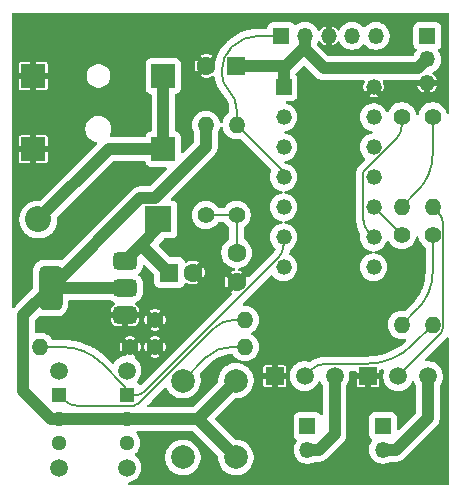
<source format=gbr>
%TF.GenerationSoftware,KiCad,Pcbnew,9.0.0*%
%TF.CreationDate,2025-03-22T17:27:47+00:00*%
%TF.ProjectId,gloves dryer,676c6f76-6573-4206-9472-7965722e6b69,rev?*%
%TF.SameCoordinates,Original*%
%TF.FileFunction,Copper,L1,Top*%
%TF.FilePolarity,Positive*%
%FSLAX46Y46*%
G04 Gerber Fmt 4.6, Leading zero omitted, Abs format (unit mm)*
G04 Created by KiCad (PCBNEW 9.0.0) date 2025-03-22 17:27:47*
%MOMM*%
%LPD*%
G01*
G04 APERTURE LIST*
G04 Aperture macros list*
%AMRoundRect*
0 Rectangle with rounded corners*
0 $1 Rounding radius*
0 $2 $3 $4 $5 $6 $7 $8 $9 X,Y pos of 4 corners*
0 Add a 4 corners polygon primitive as box body*
4,1,4,$2,$3,$4,$5,$6,$7,$8,$9,$2,$3,0*
0 Add four circle primitives for the rounded corners*
1,1,$1+$1,$2,$3*
1,1,$1+$1,$4,$5*
1,1,$1+$1,$6,$7*
1,1,$1+$1,$8,$9*
0 Add four rect primitives between the rounded corners*
20,1,$1+$1,$2,$3,$4,$5,0*
20,1,$1+$1,$4,$5,$6,$7,0*
20,1,$1+$1,$6,$7,$8,$9,0*
20,1,$1+$1,$8,$9,$2,$3,0*%
G04 Aperture macros list end*
%TA.AperFunction,ComponentPad*%
%ADD10C,1.600000*%
%TD*%
%TA.AperFunction,ComponentPad*%
%ADD11R,1.600000X1.600000*%
%TD*%
%TA.AperFunction,SMDPad,CuDef*%
%ADD12R,2.000000X2.000000*%
%TD*%
%TA.AperFunction,ComponentPad*%
%ADD13C,1.498600*%
%TD*%
%TA.AperFunction,ComponentPad*%
%ADD14C,1.295400*%
%TD*%
%TA.AperFunction,ComponentPad*%
%ADD15R,1.295400X1.295400*%
%TD*%
%TA.AperFunction,ComponentPad*%
%ADD16C,1.400000*%
%TD*%
%TA.AperFunction,ComponentPad*%
%ADD17O,1.400000X1.400000*%
%TD*%
%TA.AperFunction,ComponentPad*%
%ADD18R,1.350000X1.350000*%
%TD*%
%TA.AperFunction,ComponentPad*%
%ADD19O,1.350000X1.350000*%
%TD*%
%TA.AperFunction,ComponentPad*%
%ADD20R,1.500000X1.500000*%
%TD*%
%TA.AperFunction,ComponentPad*%
%ADD21C,1.500000*%
%TD*%
%TA.AperFunction,ComponentPad*%
%ADD22R,1.320800X1.320800*%
%TD*%
%TA.AperFunction,ComponentPad*%
%ADD23C,1.320800*%
%TD*%
%TA.AperFunction,ComponentPad*%
%ADD24R,2.200000X2.200000*%
%TD*%
%TA.AperFunction,ComponentPad*%
%ADD25O,2.200000X2.200000*%
%TD*%
%TA.AperFunction,ComponentPad*%
%ADD26C,2.000000*%
%TD*%
%TA.AperFunction,SMDPad,CuDef*%
%ADD27RoundRect,0.375000X0.625000X0.375000X-0.625000X0.375000X-0.625000X-0.375000X0.625000X-0.375000X0*%
%TD*%
%TA.AperFunction,SMDPad,CuDef*%
%ADD28RoundRect,0.500000X0.500000X1.400000X-0.500000X1.400000X-0.500000X-1.400000X0.500000X-1.400000X0*%
%TD*%
%TA.AperFunction,Conductor*%
%ADD29C,0.200000*%
%TD*%
%TA.AperFunction,Conductor*%
%ADD30C,1.000000*%
%TD*%
G04 APERTURE END LIST*
D10*
%TO.P,C1,2*%
%TO.N,GND*%
X177000000Y-72800000D03*
D11*
%TO.P,C1,1*%
%TO.N,/VDDG_12V*%
X175000000Y-72800000D03*
%TD*%
%TO.P,C2,1*%
%TO.N,/VDD_5V*%
X180650000Y-55300000D03*
D10*
%TO.P,C2,2*%
%TO.N,GND*%
X178150000Y-55300000D03*
%TD*%
D12*
%TO.P,J4,1_1*%
%TO.N,/VDD_12V*%
X174500000Y-56150000D03*
%TO.P,J4,1_2*%
X174500000Y-62350000D03*
%TO.P,J4,2*%
%TO.N,GND*%
X163500000Y-56150000D03*
%TO.P,J4,3*%
X163500000Y-62350000D03*
%TD*%
D13*
%TO.P,SW2,5*%
%TO.N,N/C*%
X171400000Y-89300000D03*
%TO.P,SW2,4*%
X171400000Y-81099999D03*
D14*
%TO.P,SW2,3,3*%
%TO.N,/VDD_5V*%
X171400000Y-87200001D03*
%TO.P,SW2,2,2*%
X171400000Y-85200000D03*
D15*
%TO.P,SW2,1,1*%
%TO.N,/SW1*%
X171400000Y-83200000D03*
%TD*%
D13*
%TO.P,SW3,5*%
%TO.N,N/C*%
X165699200Y-89300000D03*
%TO.P,SW3,4*%
X165699200Y-81099999D03*
D14*
%TO.P,SW3,3,3*%
%TO.N,/VDD_5V*%
X165699200Y-87200001D03*
%TO.P,SW3,2,2*%
X165699200Y-85200000D03*
D15*
%TO.P,SW3,1,1*%
%TO.N,/SW2*%
X165699200Y-83200000D03*
%TD*%
D16*
%TO.P,R8,1*%
%TO.N,GND*%
X171700000Y-79100000D03*
D17*
%TO.P,R8,2*%
%TO.N,/SW1*%
X164080000Y-79100000D03*
%TD*%
D18*
%TO.P,J1,1,Pin_1*%
%TO.N,/IO_SENS*%
X196850000Y-52750000D03*
D19*
%TO.P,J1,2,Pin_2*%
%TO.N,/VDD_5V*%
X196850000Y-54750000D03*
%TO.P,J1,3,Pin_3*%
%TO.N,GND*%
X196850000Y-56750000D03*
%TD*%
D16*
%TO.P,R2,1*%
%TO.N,Net-(R1-Pad2)*%
X197300000Y-59590000D03*
D17*
%TO.P,R2,2*%
%TO.N,Net-(Q1-B)*%
X197300000Y-67210000D03*
%TD*%
D16*
%TO.P,R5,1*%
%TO.N,Net-(C3-Pad1)*%
X180700000Y-67920000D03*
D17*
%TO.P,R5,2*%
%TO.N,/MCLR*%
X180700000Y-60300000D03*
%TD*%
D16*
%TO.P,R3,1*%
%TO.N,/IF1*%
X194700000Y-69590000D03*
D17*
%TO.P,R3,2*%
%TO.N,Net-(R3-Pad2)*%
X194700000Y-77210000D03*
%TD*%
D18*
%TO.P,J7,1,Pin_1*%
%TO.N,/VDDG_12V*%
X193100000Y-85800000D03*
D19*
%TO.P,J7,2,Pin_2*%
%TO.N,/F2-*%
X193100000Y-87800000D03*
%TD*%
D18*
%TO.P,J5,1,Pin_1*%
%TO.N,/VDDG_12V*%
X186700000Y-85800000D03*
D19*
%TO.P,J5,2,Pin_2*%
%TO.N,/F1-*%
X186700000Y-87800000D03*
%TD*%
D20*
%TO.P,Q1,1,E*%
%TO.N,GND*%
X191830000Y-81560000D03*
D21*
%TO.P,Q1,2,B*%
%TO.N,Net-(Q1-B)*%
X194370000Y-81560000D03*
%TO.P,Q1,3,C*%
%TO.N,/F2-*%
X196910000Y-81560000D03*
%TD*%
D22*
%TO.P,U1,1,VDD*%
%TO.N,/VDD_5V*%
X184680000Y-57100000D03*
D23*
%TO.P,U1,2,RA5*%
%TO.N,unconnected-(U1-RA5-Pad2)*%
X184680000Y-59640000D03*
%TO.P,U1,3,RA4*%
%TO.N,unconnected-(U1-RA4-Pad3)*%
X184680000Y-62180000D03*
%TO.P,U1,4,RA3/\u002AMCLR/VPP*%
%TO.N,/MCLR*%
X184680000Y-64720000D03*
%TO.P,U1,5,RC5*%
%TO.N,/BT1*%
X184680000Y-67260000D03*
%TO.P,U1,6,RC4*%
%TO.N,/SW1*%
X184680000Y-69800000D03*
%TO.P,U1,7,RC3*%
%TO.N,/SW2*%
X184680000Y-72340000D03*
%TO.P,U1,8,RC2*%
%TO.N,/IO_SENS*%
X192300000Y-72340000D03*
%TO.P,U1,9,RC1*%
%TO.N,/IF2*%
X192300000Y-69800000D03*
%TO.P,U1,10,RC0*%
%TO.N,/IF1*%
X192300000Y-67260000D03*
%TO.P,U1,11,RA2*%
%TO.N,unconnected-(U1-RA2-Pad11)*%
X192300000Y-64720000D03*
%TO.P,U1,12,RA1/ICSPCLK*%
%TO.N,/CLK*%
X192300000Y-62180000D03*
%TO.P,U1,13,RA0/ICSPDAT*%
%TO.N,/DAT*%
X192300000Y-59640000D03*
%TO.P,U1,14,VSS*%
%TO.N,GND*%
X192300000Y-57100000D03*
%TD*%
D18*
%TO.P,J6,1,Pin_1*%
%TO.N,/MCLR*%
X184490000Y-52750000D03*
D19*
%TO.P,J6,2,Pin_2*%
%TO.N,/VDD_5V*%
X186490000Y-52750000D03*
%TO.P,J6,3,Pin_3*%
%TO.N,GND*%
X188490000Y-52750000D03*
%TO.P,J6,4,Pin_4*%
%TO.N,/DAT*%
X190490000Y-52750000D03*
%TO.P,J6,5,Pin_5*%
%TO.N,/CLK*%
X192490000Y-52750000D03*
%TD*%
D16*
%TO.P,R7,1*%
%TO.N,GND*%
X173790000Y-79100000D03*
D17*
%TO.P,R7,2*%
%TO.N,/BT1*%
X181410000Y-79100000D03*
%TD*%
D16*
%TO.P,R6,1*%
%TO.N,Net-(C3-Pad1)*%
X178100000Y-67920000D03*
D17*
%TO.P,R6,2*%
%TO.N,/VDD_5V*%
X178100000Y-60300000D03*
%TD*%
D16*
%TO.P,R4,1*%
%TO.N,Net-(R3-Pad2)*%
X197300000Y-69590000D03*
D17*
%TO.P,R4,2*%
%TO.N,Net-(Q2-B)*%
X197300000Y-77210000D03*
%TD*%
D10*
%TO.P,C3,1*%
%TO.N,Net-(C3-Pad1)*%
X180700000Y-71100000D03*
%TO.P,C3,2*%
%TO.N,GND*%
X180700000Y-73600000D03*
%TD*%
D24*
%TO.P,D1,1,K*%
%TO.N,/VDDG_12V*%
X174080000Y-68300000D03*
D25*
%TO.P,D1,2,A*%
%TO.N,/VDD_12V*%
X163920000Y-68300000D03*
%TD*%
D26*
%TO.P,SW1,1,1*%
%TO.N,/VDD_5V*%
X180649200Y-81950000D03*
X180649200Y-88450000D03*
%TO.P,SW1,2,2*%
%TO.N,/BT1*%
X176149200Y-81950000D03*
X176149200Y-88450000D03*
%TD*%
D16*
%TO.P,R1,1*%
%TO.N,/IF2*%
X194700000Y-59590000D03*
D17*
%TO.P,R1,2*%
%TO.N,Net-(R1-Pad2)*%
X194700000Y-67210000D03*
%TD*%
D20*
%TO.P,Q2,1,E*%
%TO.N,GND*%
X183920000Y-81560000D03*
D21*
%TO.P,Q2,2,B*%
%TO.N,Net-(Q2-B)*%
X186460000Y-81560000D03*
%TO.P,Q2,3,C*%
%TO.N,/F1-*%
X189000000Y-81560000D03*
%TD*%
D27*
%TO.P,U2,1,GND*%
%TO.N,GND*%
X171250000Y-76400000D03*
%TO.P,U2,2,VO*%
%TO.N,/VDD_5V*%
X171250000Y-74100000D03*
D28*
X164950000Y-74100000D03*
D27*
%TO.P,U2,3,VI*%
%TO.N,/VDDG_12V*%
X171250000Y-71800000D03*
%TD*%
D16*
%TO.P,R10,1*%
%TO.N,GND*%
X173790000Y-76800000D03*
D17*
%TO.P,R10,2*%
%TO.N,/SW2*%
X181410000Y-76800000D03*
%TD*%
D29*
%TO.N,/MCLR*%
X180245495Y-53754504D02*
G75*
G03*
X179450002Y-55675000I1920505J-1920496D01*
G01*
X180245495Y-53754504D02*
X180350000Y-53650000D01*
X179450000Y-55916116D02*
X179450000Y-55675000D01*
%TO.N,/SW2*%
X166123550Y-83624350D02*
G75*
G03*
X167148021Y-84048691I1024450J1024450D01*
G01*
X172423521Y-83873878D02*
G75*
G02*
X172001463Y-84048668I-422021J422078D01*
G01*
X180453700Y-76800000D02*
G75*
G03*
X178821196Y-77476209I0J-2308700D01*
G01*
%TO.N,/SW1*%
X184680000Y-70460898D02*
G75*
G02*
X184212686Y-71589133I-1595600J-2D01*
G01*
X173026695Y-82775100D02*
G75*
G02*
X172000898Y-83199997I-1025795J1025800D01*
G01*
X171400000Y-82892674D02*
G75*
G03*
X171707326Y-83200000I307300J-26D01*
G01*
X169270406Y-80455754D02*
G75*
G03*
X165997326Y-79099972I-3273106J-3273046D01*
G01*
X171182687Y-82368035D02*
G75*
G02*
X171400004Y-82892674I-524687J-524665D01*
G01*
%TO.N,/MCLR*%
X180075000Y-57425000D02*
G75*
G02*
X180700007Y-58933883I-1508900J-1508900D01*
G01*
X179450000Y-55916116D02*
G75*
G03*
X180075005Y-57424995I2133900J16D01*
G01*
X184524436Y-64124436D02*
G75*
G02*
X184680008Y-64500000I-375536J-375564D01*
G01*
X182522792Y-52750000D02*
G75*
G03*
X180350002Y-53650002I8J-3072800D01*
G01*
%TO.N,/BT1*%
X180204600Y-79100000D02*
G75*
G03*
X178146852Y-79952345I0J-2910100D01*
G01*
%TO.N,Net-(R3-Pad2)*%
X197300000Y-72771522D02*
G75*
G02*
X195999993Y-75909993I-4438500J22D01*
G01*
%TO.N,/IF1*%
X192394748Y-67284748D02*
G75*
G03*
X192335000Y-67260001I-59748J-59752D01*
G01*
%TO.N,Net-(R1-Pad2)*%
X197300000Y-62771522D02*
G75*
G02*
X195999993Y-65909993I-4438500J22D01*
G01*
%TO.N,Net-(Q2-B)*%
X188254169Y-80509000D02*
G75*
G03*
X186985509Y-81034509I31J-1794200D01*
G01*
X195594792Y-78915207D02*
G75*
G02*
X191747036Y-80509010I-3847792J3847807D01*
G01*
%TO.N,Net-(Q1-B)*%
X197750500Y-67660500D02*
G75*
G02*
X198200999Y-68748103I-1087600J-1087600D01*
G01*
X198201000Y-77448509D02*
G75*
G02*
X198002668Y-77927338I-677200J9D01*
G01*
D30*
%TO.N,/VDD_12V*%
X169870000Y-62350000D02*
X163920000Y-68300000D01*
X174500000Y-62350000D02*
X169870000Y-62350000D01*
X174500000Y-62350000D02*
X174500000Y-56150000D01*
%TO.N,/VDD_5V*%
X172551000Y-66499000D02*
X164950000Y-74100000D01*
X178100000Y-60300000D02*
X178100000Y-62152000D01*
X178100000Y-62152000D02*
X173753000Y-66499000D01*
X173753000Y-66499000D02*
X172551000Y-66499000D01*
X186490000Y-53890000D02*
X186490000Y-53704594D01*
X188100000Y-55500000D02*
X186490000Y-53890000D01*
X196100000Y-55500000D02*
X188100000Y-55500000D01*
X196850000Y-54750000D02*
X196100000Y-55500000D01*
%TO.N,/F1-*%
X189000000Y-86454594D02*
X187654594Y-87800000D01*
X187654594Y-87800000D02*
X186700000Y-87800000D01*
X189000000Y-81560000D02*
X189000000Y-86454594D01*
D29*
%TO.N,Net-(Q1-B)*%
X198002664Y-77927334D02*
X194370000Y-81560000D01*
X197750500Y-67660500D02*
X197300000Y-67210000D01*
X198201000Y-68748103D02*
X198201000Y-77448509D01*
D30*
%TO.N,/F2-*%
X194200000Y-87800000D02*
X193100000Y-87800000D01*
X196910000Y-85090000D02*
X194200000Y-87800000D01*
X196910000Y-81560000D02*
X196910000Y-85090000D01*
D29*
%TO.N,Net-(Q2-B)*%
X188254169Y-80509000D02*
X191747036Y-80509000D01*
X186985500Y-81034500D02*
X186460000Y-81560000D01*
X195594792Y-78915207D02*
X197300000Y-77210000D01*
%TO.N,Net-(R1-Pad2)*%
X196000000Y-65910000D02*
X194700000Y-67210000D01*
X197300000Y-62771522D02*
X197300000Y-59590000D01*
%TO.N,/IF1*%
X192394748Y-67284748D02*
X194700000Y-69590000D01*
X192335000Y-67260000D02*
X192300000Y-67260000D01*
%TO.N,Net-(R3-Pad2)*%
X197300000Y-72771522D02*
X197300000Y-69590000D01*
X196000000Y-75910000D02*
X194700000Y-77210000D01*
D30*
%TO.N,/VDD_12V*%
X163500000Y-67880000D02*
X163920000Y-68300000D01*
%TO.N,/VDD_5V*%
X162650000Y-82848200D02*
X165001800Y-85200000D01*
X184894594Y-55300000D02*
X186490000Y-53704594D01*
X180649200Y-88450000D02*
X177399200Y-85200000D01*
X165001800Y-85200000D02*
X165699200Y-85200000D01*
X184680000Y-55514594D02*
X184894594Y-55300000D01*
X162650000Y-76400000D02*
X162650000Y-82848200D01*
X171250000Y-74100000D02*
X164950000Y-74100000D01*
X180649200Y-81950000D02*
X177399200Y-85200000D01*
X184680000Y-57100000D02*
X184680000Y-55514594D01*
X177399200Y-85200000D02*
X165699200Y-85200000D01*
X164950000Y-74100000D02*
X162650000Y-76400000D01*
X180650000Y-55300000D02*
X184894594Y-55300000D01*
X186490000Y-53704594D02*
X186490000Y-52750000D01*
%TO.N,/VDDG_12V*%
X174080000Y-68300000D02*
X174080000Y-68970000D01*
X172625000Y-70425000D02*
X171250000Y-71800000D01*
X175000000Y-72800000D02*
X172625000Y-70425000D01*
X174080000Y-68970000D02*
X172625000Y-70425000D01*
D29*
%TO.N,/BT1*%
X180204600Y-79100000D02*
X181410000Y-79100000D01*
X178146853Y-79952346D02*
X176149200Y-81950000D01*
%TO.N,Net-(C3-Pad1)*%
X180700000Y-67920000D02*
X178100000Y-67920000D01*
X180700000Y-67920000D02*
X180700000Y-71100000D01*
%TO.N,/MCLR*%
X182522792Y-52750000D02*
X184490000Y-52750000D01*
X180700000Y-58933883D02*
X180700000Y-60300000D01*
X184680000Y-64500000D02*
X184680000Y-64720000D01*
X180700000Y-60300000D02*
X184524436Y-64124436D01*
%TO.N,/SW1*%
X172000898Y-83200000D02*
X171707326Y-83200000D01*
X184680000Y-70460898D02*
X184680000Y-69800000D01*
X165997326Y-79100000D02*
X164080000Y-79100000D01*
X169270406Y-80455754D02*
X171182687Y-82368035D01*
X184212674Y-71589121D02*
X173026695Y-82775100D01*
%TO.N,/SW2*%
X166123550Y-83624350D02*
X165699200Y-83200000D01*
X172423521Y-83873878D02*
X178821193Y-77476206D01*
X180453700Y-76800000D02*
X181410000Y-76800000D01*
X167148021Y-84048700D02*
X172001463Y-84048700D01*
%TO.N,/IF2*%
X191493701Y-64204502D02*
X194202124Y-61496079D01*
X191438600Y-64337522D02*
G75*
G02*
X191493692Y-64204495I188100J22D01*
G01*
X191493699Y-64204502D02*
X191493701Y-64204502D01*
X191869300Y-69369300D02*
G75*
G02*
X191438601Y-68329498I1039800J1039800D01*
G01*
X192300000Y-69800000D02*
X191869300Y-69369300D01*
X191438600Y-68329498D02*
X191438600Y-64337522D01*
X194202124Y-61496079D02*
G75*
G03*
X194699987Y-60294102I-1202024J1201979D01*
G01*
X194700000Y-60294102D02*
X194700000Y-59590000D01*
%TD*%
%TA.AperFunction,Conductor*%
%TO.N,GND*%
G36*
X198642539Y-50795185D02*
G01*
X198688294Y-50847989D01*
X198699500Y-50899500D01*
X198699500Y-59229411D01*
X198679815Y-59296450D01*
X198627011Y-59342205D01*
X198557853Y-59352149D01*
X198494297Y-59323124D01*
X198457569Y-59267730D01*
X198412545Y-59129163D01*
X198339215Y-58985246D01*
X198326760Y-58960801D01*
X198215690Y-58807927D01*
X198082073Y-58674310D01*
X197929199Y-58563240D01*
X197760836Y-58477454D01*
X197581118Y-58419059D01*
X197394486Y-58389500D01*
X197394481Y-58389500D01*
X197205519Y-58389500D01*
X197205514Y-58389500D01*
X197018881Y-58419059D01*
X196839163Y-58477454D01*
X196670800Y-58563240D01*
X196583579Y-58626610D01*
X196517927Y-58674310D01*
X196517925Y-58674312D01*
X196517924Y-58674312D01*
X196384312Y-58807924D01*
X196384312Y-58807925D01*
X196384310Y-58807927D01*
X196336610Y-58873579D01*
X196273240Y-58960800D01*
X196187454Y-59129163D01*
X196129059Y-59308881D01*
X196122473Y-59350469D01*
X196092544Y-59413604D01*
X196033232Y-59450535D01*
X195963369Y-59449537D01*
X195905137Y-59410927D01*
X195877527Y-59350469D01*
X195870940Y-59308881D01*
X195812545Y-59129163D01*
X195739215Y-58985246D01*
X195726760Y-58960801D01*
X195615690Y-58807927D01*
X195482073Y-58674310D01*
X195329199Y-58563240D01*
X195160836Y-58477454D01*
X194981118Y-58419059D01*
X194794486Y-58389500D01*
X194794481Y-58389500D01*
X194605519Y-58389500D01*
X194605514Y-58389500D01*
X194418881Y-58419059D01*
X194239163Y-58477454D01*
X194070800Y-58563240D01*
X193983579Y-58626610D01*
X193917927Y-58674310D01*
X193917925Y-58674312D01*
X193917924Y-58674312D01*
X193784312Y-58807924D01*
X193784312Y-58807925D01*
X193784310Y-58807927D01*
X193736610Y-58873579D01*
X193673240Y-58960800D01*
X193587452Y-59129167D01*
X193584626Y-59137866D01*
X193545184Y-59195538D01*
X193480824Y-59222732D01*
X193411978Y-59210812D01*
X193360506Y-59163564D01*
X193356213Y-59155833D01*
X193292892Y-59031557D01*
X193259230Y-58985225D01*
X193185485Y-58883724D01*
X193056276Y-58754515D01*
X192908444Y-58647109D01*
X192745631Y-58564152D01*
X192571845Y-58507685D01*
X192571843Y-58507684D01*
X192571841Y-58507684D01*
X192391370Y-58479100D01*
X192391365Y-58479100D01*
X192208635Y-58479100D01*
X192208630Y-58479100D01*
X192028158Y-58507684D01*
X191854366Y-58564153D01*
X191691555Y-58647109D01*
X191543721Y-58754517D01*
X191414517Y-58883721D01*
X191307109Y-59031555D01*
X191224153Y-59194366D01*
X191167684Y-59368158D01*
X191139100Y-59548629D01*
X191139100Y-59731370D01*
X191163679Y-59886555D01*
X191167685Y-59911845D01*
X191224152Y-60085631D01*
X191307109Y-60248444D01*
X191414515Y-60396276D01*
X191543724Y-60525485D01*
X191691556Y-60632891D01*
X191854369Y-60715848D01*
X192028155Y-60772315D01*
X192072212Y-60779293D01*
X192124197Y-60787527D01*
X192187332Y-60817456D01*
X192224263Y-60876768D01*
X192223265Y-60946631D01*
X192184655Y-61004863D01*
X192124197Y-61032473D01*
X192028158Y-61047684D01*
X192028155Y-61047685D01*
X191922318Y-61082074D01*
X191854366Y-61104153D01*
X191691555Y-61187109D01*
X191543721Y-61294517D01*
X191414517Y-61423721D01*
X191307109Y-61571555D01*
X191224153Y-61734366D01*
X191167684Y-61908158D01*
X191139100Y-62088629D01*
X191139100Y-62271370D01*
X191167684Y-62451841D01*
X191167685Y-62451845D01*
X191224152Y-62625631D01*
X191307109Y-62788444D01*
X191414515Y-62936276D01*
X191543724Y-63065485D01*
X191565133Y-63081040D01*
X191607798Y-63136369D01*
X191613777Y-63205983D01*
X191581171Y-63267778D01*
X191579928Y-63269038D01*
X191128619Y-63720347D01*
X191128616Y-63720351D01*
X191124990Y-63723977D01*
X191124983Y-63723982D01*
X191103442Y-63745523D01*
X191103408Y-63745541D01*
X191016818Y-63832135D01*
X191016815Y-63832138D01*
X191014142Y-63834812D01*
X191014119Y-63834845D01*
X191013179Y-63835786D01*
X191011193Y-63839225D01*
X191007367Y-63844950D01*
X191007340Y-63844988D01*
X190927833Y-63963990D01*
X190927830Y-63963997D01*
X190868387Y-64107531D01*
X190868386Y-64107535D01*
X190840494Y-64247819D01*
X190840487Y-64247858D01*
X190839183Y-64254422D01*
X190838100Y-64258465D01*
X190838100Y-64259870D01*
X190838092Y-64259911D01*
X190838092Y-64263400D01*
X190838092Y-64263403D01*
X190838100Y-64337452D01*
X190838100Y-68418544D01*
X190838101Y-68418557D01*
X190838101Y-68445808D01*
X190864143Y-68676942D01*
X190864143Y-68676943D01*
X190915904Y-68903727D01*
X190915908Y-68903739D01*
X190992732Y-69123287D01*
X191093655Y-69332856D01*
X191153415Y-69427964D01*
X191172415Y-69495201D01*
X191167857Y-69523180D01*
X191168823Y-69523412D01*
X191167685Y-69528151D01*
X191139100Y-69708629D01*
X191139100Y-69891370D01*
X191167684Y-70071841D01*
X191167685Y-70071845D01*
X191224152Y-70245631D01*
X191307109Y-70408444D01*
X191414515Y-70556276D01*
X191543724Y-70685485D01*
X191691556Y-70792891D01*
X191854369Y-70875848D01*
X192028155Y-70932315D01*
X192072212Y-70939293D01*
X192124197Y-70947527D01*
X192187332Y-70977456D01*
X192224263Y-71036768D01*
X192223265Y-71106631D01*
X192184655Y-71164863D01*
X192124197Y-71192473D01*
X192028158Y-71207684D01*
X191854366Y-71264153D01*
X191691555Y-71347109D01*
X191543721Y-71454517D01*
X191414517Y-71583721D01*
X191307109Y-71731555D01*
X191224153Y-71894366D01*
X191224152Y-71894368D01*
X191224152Y-71894369D01*
X191217836Y-71913807D01*
X191167684Y-72068158D01*
X191139100Y-72248629D01*
X191139100Y-72431370D01*
X191164598Y-72592356D01*
X191167685Y-72611845D01*
X191224152Y-72785631D01*
X191307109Y-72948444D01*
X191414515Y-73096276D01*
X191543724Y-73225485D01*
X191691556Y-73332891D01*
X191854369Y-73415848D01*
X192028155Y-73472315D01*
X192095835Y-73483034D01*
X192208630Y-73500900D01*
X192208635Y-73500900D01*
X192391370Y-73500900D01*
X192491631Y-73485019D01*
X192571845Y-73472315D01*
X192745631Y-73415848D01*
X192908444Y-73332891D01*
X193056276Y-73225485D01*
X193185485Y-73096276D01*
X193292891Y-72948444D01*
X193375848Y-72785631D01*
X193432315Y-72611845D01*
X193453210Y-72479920D01*
X193460900Y-72431370D01*
X193460900Y-72248629D01*
X193432315Y-72068158D01*
X193432315Y-72068155D01*
X193375848Y-71894369D01*
X193292891Y-71731556D01*
X193185485Y-71583724D01*
X193056276Y-71454515D01*
X192908444Y-71347109D01*
X192745631Y-71264152D01*
X192571845Y-71207685D01*
X192571843Y-71207684D01*
X192571841Y-71207684D01*
X192475802Y-71192473D01*
X192412667Y-71162544D01*
X192375736Y-71103232D01*
X192376734Y-71033370D01*
X192415344Y-70975137D01*
X192475802Y-70947527D01*
X192513101Y-70941619D01*
X192571845Y-70932315D01*
X192745631Y-70875848D01*
X192908444Y-70792891D01*
X193056276Y-70685485D01*
X193185485Y-70556276D01*
X193292891Y-70408444D01*
X193375848Y-70245631D01*
X193404384Y-70157804D01*
X193443820Y-70100132D01*
X193508179Y-70072933D01*
X193577025Y-70084847D01*
X193628501Y-70132091D01*
X193632798Y-70139830D01*
X193673236Y-70219194D01*
X193698099Y-70253415D01*
X193784310Y-70372073D01*
X193917927Y-70505690D01*
X194070801Y-70616760D01*
X194145271Y-70654704D01*
X194239163Y-70702545D01*
X194239165Y-70702545D01*
X194239168Y-70702547D01*
X194324558Y-70730292D01*
X194418881Y-70760940D01*
X194605514Y-70790500D01*
X194605519Y-70790500D01*
X194794486Y-70790500D01*
X194981118Y-70760940D01*
X194991262Y-70757644D01*
X195160832Y-70702547D01*
X195329199Y-70616760D01*
X195482073Y-70505690D01*
X195615690Y-70372073D01*
X195726760Y-70219199D01*
X195812547Y-70050832D01*
X195870940Y-69871118D01*
X195877527Y-69829530D01*
X195907456Y-69766395D01*
X195966768Y-69729464D01*
X196036630Y-69730462D01*
X196094863Y-69769072D01*
X196122473Y-69829530D01*
X196129059Y-69871118D01*
X196187454Y-70050836D01*
X196241959Y-70157807D01*
X196273240Y-70219199D01*
X196384310Y-70372073D01*
X196517927Y-70505690D01*
X196648386Y-70600474D01*
X196691051Y-70655803D01*
X196699500Y-70700791D01*
X196699500Y-72768812D01*
X196699382Y-72774221D01*
X196685130Y-73100612D01*
X196684187Y-73111389D01*
X196641897Y-73432603D01*
X196640019Y-73443256D01*
X196569891Y-73759576D01*
X196567091Y-73770025D01*
X196469664Y-74079021D01*
X196465964Y-74089186D01*
X196341976Y-74388517D01*
X196337404Y-74398321D01*
X196187804Y-74685697D01*
X196182396Y-74695065D01*
X196008313Y-74968321D01*
X196002108Y-74977183D01*
X195804871Y-75234226D01*
X195797918Y-75242512D01*
X195577060Y-75483537D01*
X195573318Y-75487445D01*
X195060830Y-75999933D01*
X194999507Y-76033418D01*
X194953751Y-76034725D01*
X194794486Y-76009500D01*
X194794481Y-76009500D01*
X194605519Y-76009500D01*
X194605514Y-76009500D01*
X194418881Y-76039059D01*
X194239163Y-76097454D01*
X194070800Y-76183240D01*
X193983579Y-76246610D01*
X193917927Y-76294310D01*
X193917925Y-76294312D01*
X193917924Y-76294312D01*
X193784312Y-76427924D01*
X193784312Y-76427925D01*
X193784310Y-76427927D01*
X193749889Y-76475303D01*
X193673240Y-76580800D01*
X193587454Y-76749163D01*
X193529059Y-76928881D01*
X193499500Y-77115513D01*
X193499500Y-77304486D01*
X193529059Y-77491118D01*
X193587454Y-77670836D01*
X193673240Y-77839199D01*
X193784310Y-77992073D01*
X193917927Y-78125690D01*
X194070801Y-78236760D01*
X194150347Y-78277290D01*
X194239163Y-78322545D01*
X194239165Y-78322545D01*
X194239168Y-78322547D01*
X194329624Y-78351938D01*
X194418881Y-78380940D01*
X194605514Y-78410500D01*
X194605519Y-78410500D01*
X194794485Y-78410500D01*
X194861553Y-78399876D01*
X194948668Y-78386079D01*
X194982249Y-78390418D01*
X195015926Y-78394161D01*
X195016818Y-78394885D01*
X195017960Y-78395033D01*
X195043885Y-78416856D01*
X195070173Y-78438196D01*
X195070532Y-78439288D01*
X195071412Y-78440029D01*
X195081417Y-78472388D01*
X195092001Y-78504569D01*
X195091712Y-78505682D01*
X195092052Y-78506780D01*
X195082975Y-78539412D01*
X195074480Y-78572206D01*
X195073526Y-78573380D01*
X195073328Y-78574094D01*
X195052236Y-78599608D01*
X194894624Y-78745303D01*
X194887221Y-78751626D01*
X194596358Y-78980924D01*
X194588481Y-78986647D01*
X194280531Y-79192412D01*
X194272229Y-79197499D01*
X193949073Y-79378476D01*
X193940398Y-79382897D01*
X193604048Y-79537957D01*
X193595053Y-79541683D01*
X193247561Y-79669881D01*
X193238301Y-79672889D01*
X192881844Y-79773422D01*
X192872377Y-79775695D01*
X192509115Y-79847954D01*
X192499498Y-79849477D01*
X192131695Y-79893011D01*
X192121989Y-79893775D01*
X191749729Y-79908404D01*
X191744860Y-79908500D01*
X188334679Y-79908500D01*
X188327074Y-79908499D01*
X188327072Y-79908499D01*
X188311681Y-79908499D01*
X188305528Y-79908499D01*
X188305487Y-79908487D01*
X188119673Y-79908489D01*
X187852405Y-79938609D01*
X187590192Y-79998461D01*
X187336321Y-80087296D01*
X187336319Y-80087297D01*
X187093996Y-80203996D01*
X186883851Y-80336040D01*
X186816614Y-80355040D01*
X186779562Y-80348977D01*
X186752829Y-80340291D01*
X186558422Y-80309500D01*
X186558417Y-80309500D01*
X186361583Y-80309500D01*
X186361578Y-80309500D01*
X186167173Y-80340290D01*
X185979970Y-80401117D01*
X185804594Y-80490476D01*
X185721385Y-80550932D01*
X185645354Y-80606172D01*
X185645352Y-80606174D01*
X185645351Y-80606174D01*
X185506174Y-80745351D01*
X185506174Y-80745352D01*
X185506172Y-80745354D01*
X185456485Y-80813741D01*
X185390476Y-80904594D01*
X185301117Y-81079970D01*
X185240290Y-81267173D01*
X185209500Y-81461577D01*
X185209500Y-81658422D01*
X185240290Y-81852826D01*
X185301117Y-82040029D01*
X185379954Y-82194754D01*
X185390476Y-82215405D01*
X185506172Y-82374646D01*
X185645354Y-82513828D01*
X185804595Y-82629524D01*
X185887455Y-82671743D01*
X185979970Y-82718882D01*
X185979972Y-82718882D01*
X185979975Y-82718884D01*
X186033985Y-82736433D01*
X186167173Y-82779709D01*
X186361578Y-82810500D01*
X186361583Y-82810500D01*
X186558422Y-82810500D01*
X186752826Y-82779709D01*
X186940025Y-82718884D01*
X187115405Y-82629524D01*
X187274646Y-82513828D01*
X187413828Y-82374646D01*
X187529524Y-82215405D01*
X187575173Y-82125813D01*
X187619515Y-82038787D01*
X187667489Y-81987990D01*
X187735310Y-81971195D01*
X187801445Y-81993732D01*
X187840485Y-82038787D01*
X187876007Y-82108504D01*
X187930476Y-82215405D01*
X187975818Y-82277812D01*
X187999298Y-82343618D01*
X187999500Y-82350697D01*
X187999500Y-84751501D01*
X187979815Y-84818540D01*
X187927011Y-84864295D01*
X187857853Y-84874239D01*
X187794297Y-84845214D01*
X187776234Y-84825813D01*
X187756175Y-84799019D01*
X187732546Y-84767454D01*
X187732544Y-84767453D01*
X187732544Y-84767452D01*
X187617335Y-84681206D01*
X187617328Y-84681202D01*
X187482482Y-84630908D01*
X187482483Y-84630908D01*
X187422883Y-84624501D01*
X187422881Y-84624500D01*
X187422873Y-84624500D01*
X187422864Y-84624500D01*
X185977129Y-84624500D01*
X185977123Y-84624501D01*
X185917516Y-84630908D01*
X185782671Y-84681202D01*
X185782664Y-84681206D01*
X185667455Y-84767452D01*
X185667452Y-84767455D01*
X185581206Y-84882664D01*
X185581202Y-84882671D01*
X185530908Y-85017517D01*
X185524501Y-85077116D01*
X185524501Y-85077123D01*
X185524500Y-85077135D01*
X185524500Y-86522870D01*
X185524501Y-86522876D01*
X185530908Y-86582483D01*
X185581202Y-86717328D01*
X185581206Y-86717335D01*
X185667452Y-86832544D01*
X185667453Y-86832544D01*
X185667454Y-86832546D01*
X185718740Y-86870939D01*
X185752539Y-86896241D01*
X185794409Y-86952175D01*
X185799393Y-87021867D01*
X185778545Y-87068392D01*
X185694624Y-87183900D01*
X185610620Y-87348764D01*
X185610619Y-87348767D01*
X185553445Y-87524734D01*
X185524500Y-87707486D01*
X185524500Y-87892513D01*
X185553445Y-88075265D01*
X185610619Y-88251232D01*
X185610620Y-88251235D01*
X185681032Y-88389424D01*
X185694622Y-88416096D01*
X185803379Y-88565787D01*
X185934213Y-88696621D01*
X186083904Y-88805378D01*
X186164763Y-88846577D01*
X186248764Y-88889379D01*
X186248767Y-88889380D01*
X186336750Y-88917967D01*
X186424736Y-88946555D01*
X186607486Y-88975500D01*
X186607487Y-88975500D01*
X186792513Y-88975500D01*
X186792514Y-88975500D01*
X186975264Y-88946555D01*
X187151235Y-88889379D01*
X187299145Y-88814015D01*
X187355440Y-88800500D01*
X187753136Y-88800500D01*
X187784160Y-88794328D01*
X187849782Y-88781275D01*
X187946430Y-88762051D01*
X187999759Y-88739961D01*
X188128508Y-88686632D01*
X188292376Y-88577139D01*
X188431733Y-88437782D01*
X188431733Y-88437780D01*
X188441941Y-88427573D01*
X188441942Y-88427570D01*
X189777139Y-87092376D01*
X189855233Y-86975500D01*
X189886632Y-86928508D01*
X189930811Y-86821849D01*
X189962051Y-86746430D01*
X190000500Y-86553135D01*
X190000500Y-86356054D01*
X190000500Y-82350697D01*
X190020185Y-82283658D01*
X190024170Y-82277827D01*
X190069524Y-82215405D01*
X190158884Y-82040025D01*
X190219709Y-81852826D01*
X190227188Y-81805606D01*
X190237700Y-81739240D01*
X190250500Y-81658422D01*
X190250500Y-81461577D01*
X190219709Y-81267175D01*
X190218574Y-81262446D01*
X190222065Y-81192664D01*
X190262730Y-81135846D01*
X190327656Y-81110034D01*
X190339148Y-81109500D01*
X190756000Y-81109500D01*
X190823039Y-81129185D01*
X190868794Y-81181989D01*
X190880000Y-81233500D01*
X190880000Y-81310000D01*
X191514314Y-81310000D01*
X191509920Y-81314394D01*
X191457259Y-81405606D01*
X191430000Y-81507339D01*
X191430000Y-81612661D01*
X191457259Y-81714394D01*
X191509920Y-81805606D01*
X191514314Y-81810000D01*
X190880000Y-81810000D01*
X190880000Y-82329702D01*
X190891602Y-82388033D01*
X190891603Y-82388034D01*
X190935808Y-82454191D01*
X191001965Y-82498396D01*
X191001966Y-82498397D01*
X191060297Y-82509999D01*
X191060301Y-82510000D01*
X191580000Y-82510000D01*
X191580000Y-81875686D01*
X191584394Y-81880080D01*
X191675606Y-81932741D01*
X191777339Y-81960000D01*
X191882661Y-81960000D01*
X191984394Y-81932741D01*
X192075606Y-81880080D01*
X192080000Y-81875686D01*
X192080000Y-82510000D01*
X192599699Y-82510000D01*
X192599702Y-82509999D01*
X192658033Y-82498397D01*
X192658034Y-82498396D01*
X192724191Y-82454191D01*
X192768396Y-82388034D01*
X192768397Y-82388033D01*
X192779999Y-82329702D01*
X192780000Y-82329699D01*
X192780000Y-81810000D01*
X192145686Y-81810000D01*
X192150080Y-81805606D01*
X192202741Y-81714394D01*
X192230000Y-81612661D01*
X192230000Y-81507339D01*
X192202741Y-81405606D01*
X192150080Y-81314394D01*
X192145686Y-81310000D01*
X192780000Y-81310000D01*
X192780000Y-81126031D01*
X192788643Y-81096594D01*
X192795167Y-81066605D01*
X192798398Y-81063373D01*
X192799685Y-81058992D01*
X192822865Y-81038906D01*
X192844572Y-81017199D01*
X192850444Y-81015008D01*
X192852489Y-81013237D01*
X192877639Y-81004865D01*
X193051717Y-80966996D01*
X193121407Y-80971980D01*
X193177340Y-81013851D01*
X193201758Y-81079315D01*
X193196005Y-81126480D01*
X193150291Y-81267169D01*
X193150291Y-81267172D01*
X193119500Y-81461577D01*
X193119500Y-81658422D01*
X193150290Y-81852826D01*
X193211117Y-82040029D01*
X193289954Y-82194754D01*
X193300476Y-82215405D01*
X193416172Y-82374646D01*
X193555354Y-82513828D01*
X193714595Y-82629524D01*
X193797455Y-82671743D01*
X193889970Y-82718882D01*
X193889972Y-82718882D01*
X193889975Y-82718884D01*
X193943985Y-82736433D01*
X194077173Y-82779709D01*
X194271578Y-82810500D01*
X194271583Y-82810500D01*
X194468422Y-82810500D01*
X194662826Y-82779709D01*
X194850025Y-82718884D01*
X195025405Y-82629524D01*
X195184646Y-82513828D01*
X195323828Y-82374646D01*
X195439524Y-82215405D01*
X195485173Y-82125813D01*
X195529515Y-82038787D01*
X195577489Y-81987990D01*
X195645310Y-81971195D01*
X195711445Y-81993732D01*
X195750485Y-82038787D01*
X195786007Y-82108504D01*
X195840476Y-82215405D01*
X195885818Y-82277812D01*
X195909298Y-82343618D01*
X195909500Y-82350697D01*
X195909500Y-84624216D01*
X195889815Y-84691255D01*
X195873181Y-84711897D01*
X194487180Y-86097898D01*
X194425857Y-86131383D01*
X194356165Y-86126399D01*
X194300232Y-86084527D01*
X194275815Y-86019063D01*
X194275499Y-86010217D01*
X194275499Y-85077129D01*
X194275498Y-85077123D01*
X194275497Y-85077116D01*
X194269091Y-85017517D01*
X194218796Y-84882669D01*
X194218795Y-84882668D01*
X194218793Y-84882664D01*
X194132547Y-84767455D01*
X194132544Y-84767452D01*
X194017335Y-84681206D01*
X194017328Y-84681202D01*
X193882482Y-84630908D01*
X193882483Y-84630908D01*
X193822883Y-84624501D01*
X193822881Y-84624500D01*
X193822873Y-84624500D01*
X193822864Y-84624500D01*
X192377129Y-84624500D01*
X192377123Y-84624501D01*
X192317516Y-84630908D01*
X192182671Y-84681202D01*
X192182664Y-84681206D01*
X192067455Y-84767452D01*
X192067452Y-84767455D01*
X191981206Y-84882664D01*
X191981202Y-84882671D01*
X191930908Y-85017517D01*
X191924501Y-85077116D01*
X191924501Y-85077123D01*
X191924500Y-85077135D01*
X191924500Y-86522870D01*
X191924501Y-86522876D01*
X191930908Y-86582483D01*
X191981202Y-86717328D01*
X191981206Y-86717335D01*
X192067452Y-86832544D01*
X192067453Y-86832544D01*
X192067454Y-86832546D01*
X192118740Y-86870939D01*
X192152539Y-86896241D01*
X192194409Y-86952175D01*
X192199393Y-87021867D01*
X192178545Y-87068392D01*
X192094624Y-87183900D01*
X192010620Y-87348764D01*
X192010619Y-87348767D01*
X191953445Y-87524734D01*
X191924500Y-87707486D01*
X191924500Y-87892513D01*
X191953445Y-88075265D01*
X192010619Y-88251232D01*
X192010620Y-88251235D01*
X192081032Y-88389424D01*
X192094622Y-88416096D01*
X192203379Y-88565787D01*
X192334213Y-88696621D01*
X192483904Y-88805378D01*
X192564763Y-88846577D01*
X192648764Y-88889379D01*
X192648767Y-88889380D01*
X192736750Y-88917967D01*
X192824736Y-88946555D01*
X193007486Y-88975500D01*
X193007487Y-88975500D01*
X193192513Y-88975500D01*
X193192514Y-88975500D01*
X193375264Y-88946555D01*
X193551235Y-88889379D01*
X193699145Y-88814015D01*
X193755440Y-88800500D01*
X194298542Y-88800500D01*
X194329566Y-88794328D01*
X194395188Y-88781275D01*
X194491836Y-88762051D01*
X194545165Y-88739961D01*
X194673914Y-88686632D01*
X194837782Y-88577139D01*
X194977139Y-88437782D01*
X194977139Y-88437780D01*
X194987347Y-88427573D01*
X194987348Y-88427570D01*
X197687140Y-85727781D01*
X197723132Y-85673914D01*
X197796632Y-85563914D01*
X197872051Y-85381835D01*
X197910500Y-85188541D01*
X197910500Y-82350697D01*
X197930185Y-82283658D01*
X197934170Y-82277827D01*
X197979524Y-82215405D01*
X198068884Y-82040025D01*
X198129709Y-81852826D01*
X198137188Y-81805606D01*
X198160500Y-81658422D01*
X198160500Y-81461577D01*
X198129709Y-81267173D01*
X198096045Y-81163567D01*
X198068884Y-81079975D01*
X198068882Y-81079972D01*
X198068882Y-81079970D01*
X197993450Y-80931927D01*
X197979524Y-80904595D01*
X197863828Y-80745354D01*
X197724646Y-80606172D01*
X197565405Y-80490476D01*
X197543420Y-80479274D01*
X197390029Y-80401117D01*
X197202826Y-80340290D01*
X197008422Y-80309500D01*
X197008417Y-80309500D01*
X196811583Y-80309500D01*
X196811580Y-80309500D01*
X196782331Y-80314132D01*
X196713038Y-80305175D01*
X196659587Y-80260178D01*
X196638949Y-80193426D01*
X196657675Y-80126113D01*
X196675251Y-80103981D01*
X198375733Y-78403499D01*
X198375738Y-78403497D01*
X198390982Y-78388251D01*
X198390999Y-78388242D01*
X198427298Y-78351941D01*
X198427299Y-78351942D01*
X198487817Y-78291420D01*
X198549139Y-78257934D01*
X198618831Y-78262917D01*
X198674765Y-78304787D01*
X198699184Y-78370251D01*
X198699500Y-78379100D01*
X198699500Y-90650500D01*
X198679815Y-90717539D01*
X198627011Y-90763294D01*
X198575500Y-90774500D01*
X171655232Y-90774500D01*
X171588193Y-90754815D01*
X171542438Y-90702011D01*
X171532494Y-90632853D01*
X171561519Y-90569297D01*
X171620297Y-90531523D01*
X171635834Y-90528027D01*
X171692662Y-90519026D01*
X171879757Y-90458235D01*
X172055038Y-90368925D01*
X172214190Y-90253294D01*
X172353294Y-90114190D01*
X172468925Y-89955038D01*
X172558235Y-89779757D01*
X172619026Y-89592662D01*
X172649800Y-89398366D01*
X172649800Y-89201633D01*
X172619026Y-89007337D01*
X172558233Y-88820238D01*
X172511120Y-88727774D01*
X172468925Y-88644962D01*
X172353294Y-88485810D01*
X172214190Y-88346706D01*
X172193814Y-88331902D01*
X174648700Y-88331902D01*
X174648700Y-88568097D01*
X174685646Y-88801368D01*
X174758633Y-89025996D01*
X174865857Y-89236433D01*
X175004683Y-89427510D01*
X175171690Y-89594517D01*
X175362767Y-89733343D01*
X175462191Y-89784002D01*
X175573203Y-89840566D01*
X175573205Y-89840566D01*
X175573208Y-89840568D01*
X175693612Y-89879689D01*
X175797831Y-89913553D01*
X176031103Y-89950500D01*
X176031108Y-89950500D01*
X176267297Y-89950500D01*
X176500568Y-89913553D01*
X176725192Y-89840568D01*
X176935633Y-89733343D01*
X177126710Y-89594517D01*
X177293717Y-89427510D01*
X177432543Y-89236433D01*
X177539768Y-89025992D01*
X177612753Y-88801368D01*
X177622932Y-88737099D01*
X177649700Y-88568097D01*
X177649700Y-88331902D01*
X177612753Y-88098631D01*
X177578889Y-87994412D01*
X177539768Y-87874008D01*
X177539766Y-87874005D01*
X177539766Y-87874003D01*
X177432542Y-87663566D01*
X177415972Y-87640759D01*
X177293717Y-87472490D01*
X177126710Y-87305483D01*
X176935633Y-87166657D01*
X176725196Y-87059433D01*
X176500568Y-86986446D01*
X176267297Y-86949500D01*
X176267292Y-86949500D01*
X176031108Y-86949500D01*
X176031103Y-86949500D01*
X175797831Y-86986446D01*
X175573203Y-87059433D01*
X175362766Y-87166657D01*
X175253750Y-87245862D01*
X175171690Y-87305483D01*
X175171688Y-87305485D01*
X175171687Y-87305485D01*
X175004685Y-87472487D01*
X175004685Y-87472488D01*
X175004683Y-87472490D01*
X174966724Y-87524736D01*
X174865857Y-87663566D01*
X174758633Y-87874003D01*
X174685646Y-88098631D01*
X174648700Y-88331902D01*
X172193814Y-88331902D01*
X172128881Y-88284725D01*
X172125245Y-88281630D01*
X172108608Y-88256235D01*
X172090071Y-88232195D01*
X172089650Y-88227297D01*
X172086956Y-88223185D01*
X172086689Y-88192826D01*
X172084092Y-88162582D01*
X172086386Y-88158234D01*
X172086343Y-88153318D01*
X172102531Y-88127635D01*
X172116698Y-88100787D01*
X172122772Y-88095523D01*
X172123600Y-88094211D01*
X172125092Y-88093513D01*
X172132739Y-88086888D01*
X172148002Y-88075799D01*
X172275798Y-87948003D01*
X172275800Y-87947999D01*
X172275803Y-87947997D01*
X172329562Y-87874003D01*
X172382028Y-87801789D01*
X172464078Y-87640757D01*
X172519927Y-87468872D01*
X172548200Y-87290366D01*
X172548200Y-87109636D01*
X172519927Y-86931130D01*
X172464078Y-86759245D01*
X172382028Y-86598213D01*
X172327293Y-86522876D01*
X172275803Y-86452004D01*
X172235980Y-86412181D01*
X172202495Y-86350858D01*
X172207479Y-86281166D01*
X172249351Y-86225233D01*
X172314815Y-86200816D01*
X172323661Y-86200500D01*
X176933418Y-86200500D01*
X177000457Y-86220185D01*
X177021099Y-86236819D01*
X179112381Y-88328101D01*
X179145866Y-88389424D01*
X179148700Y-88415782D01*
X179148700Y-88568097D01*
X179185646Y-88801368D01*
X179258633Y-89025996D01*
X179365857Y-89236433D01*
X179504683Y-89427510D01*
X179671690Y-89594517D01*
X179862767Y-89733343D01*
X179962191Y-89784002D01*
X180073203Y-89840566D01*
X180073205Y-89840566D01*
X180073208Y-89840568D01*
X180193612Y-89879689D01*
X180297831Y-89913553D01*
X180531103Y-89950500D01*
X180531108Y-89950500D01*
X180767297Y-89950500D01*
X181000568Y-89913553D01*
X181225192Y-89840568D01*
X181435633Y-89733343D01*
X181626710Y-89594517D01*
X181793717Y-89427510D01*
X181932543Y-89236433D01*
X182039768Y-89025992D01*
X182112753Y-88801368D01*
X182122932Y-88737099D01*
X182149700Y-88568097D01*
X182149700Y-88331902D01*
X182112753Y-88098631D01*
X182078889Y-87994412D01*
X182039768Y-87874008D01*
X182039766Y-87874005D01*
X182039766Y-87874003D01*
X181932542Y-87663566D01*
X181915972Y-87640759D01*
X181793717Y-87472490D01*
X181626710Y-87305483D01*
X181435633Y-87166657D01*
X181225196Y-87059433D01*
X181000568Y-86986446D01*
X180767297Y-86949500D01*
X180767292Y-86949500D01*
X180614982Y-86949500D01*
X180547943Y-86929815D01*
X180527301Y-86913181D01*
X178901801Y-85287681D01*
X178868316Y-85226358D01*
X178873300Y-85156666D01*
X178901801Y-85112319D01*
X180527301Y-83486819D01*
X180588624Y-83453334D01*
X180614982Y-83450500D01*
X180767297Y-83450500D01*
X181000568Y-83413553D01*
X181225192Y-83340568D01*
X181435633Y-83233343D01*
X181626710Y-83094517D01*
X181793717Y-82927510D01*
X181932543Y-82736433D01*
X182039768Y-82525992D01*
X182112753Y-82301368D01*
X182126368Y-82215405D01*
X182149700Y-82068097D01*
X182149700Y-81831903D01*
X182141168Y-81778037D01*
X182141168Y-81778036D01*
X182112753Y-81598631D01*
X182049056Y-81402593D01*
X182039768Y-81374008D01*
X182039766Y-81374005D01*
X182039766Y-81374003D01*
X181971283Y-81239599D01*
X181932543Y-81163567D01*
X181793717Y-80972490D01*
X181626710Y-80805483D01*
X181605808Y-80790297D01*
X182970000Y-80790297D01*
X182970000Y-81310000D01*
X183604314Y-81310000D01*
X183599920Y-81314394D01*
X183547259Y-81405606D01*
X183520000Y-81507339D01*
X183520000Y-81612661D01*
X183547259Y-81714394D01*
X183599920Y-81805606D01*
X183604314Y-81810000D01*
X182970000Y-81810000D01*
X182970000Y-82329702D01*
X182981602Y-82388033D01*
X182981603Y-82388034D01*
X183025808Y-82454191D01*
X183091965Y-82498396D01*
X183091966Y-82498397D01*
X183150297Y-82509999D01*
X183150301Y-82510000D01*
X183670000Y-82510000D01*
X183670000Y-81875686D01*
X183674394Y-81880080D01*
X183765606Y-81932741D01*
X183867339Y-81960000D01*
X183972661Y-81960000D01*
X184074394Y-81932741D01*
X184165606Y-81880080D01*
X184170000Y-81875686D01*
X184170000Y-82510000D01*
X184689699Y-82510000D01*
X184689702Y-82509999D01*
X184748033Y-82498397D01*
X184748034Y-82498396D01*
X184814191Y-82454191D01*
X184858396Y-82388034D01*
X184858397Y-82388033D01*
X184869999Y-82329702D01*
X184870000Y-82329699D01*
X184870000Y-81810000D01*
X184235686Y-81810000D01*
X184240080Y-81805606D01*
X184292741Y-81714394D01*
X184320000Y-81612661D01*
X184320000Y-81507339D01*
X184292741Y-81405606D01*
X184240080Y-81314394D01*
X184235686Y-81310000D01*
X184870000Y-81310000D01*
X184870000Y-80790301D01*
X184869999Y-80790297D01*
X184858397Y-80731966D01*
X184858396Y-80731965D01*
X184814191Y-80665808D01*
X184748034Y-80621603D01*
X184748033Y-80621602D01*
X184689702Y-80610000D01*
X184170000Y-80610000D01*
X184170000Y-81244314D01*
X184165606Y-81239920D01*
X184074394Y-81187259D01*
X183972661Y-81160000D01*
X183867339Y-81160000D01*
X183765606Y-81187259D01*
X183674394Y-81239920D01*
X183670000Y-81244314D01*
X183670000Y-80610000D01*
X183150297Y-80610000D01*
X183091966Y-80621602D01*
X183091965Y-80621603D01*
X183025808Y-80665808D01*
X182981603Y-80731965D01*
X182981602Y-80731966D01*
X182970000Y-80790297D01*
X181605808Y-80790297D01*
X181435633Y-80666657D01*
X181433967Y-80665808D01*
X181225196Y-80559433D01*
X181084614Y-80513754D01*
X181084573Y-80513742D01*
X181000568Y-80486447D01*
X180980942Y-80483338D01*
X180980937Y-80483337D01*
X180767297Y-80449500D01*
X180767292Y-80449500D01*
X180531108Y-80449500D01*
X180531103Y-80449500D01*
X180297831Y-80486446D01*
X180073203Y-80559433D01*
X179862766Y-80666657D01*
X179772877Y-80731966D01*
X179671690Y-80805483D01*
X179671688Y-80805485D01*
X179671687Y-80805485D01*
X179504685Y-80972487D01*
X179504685Y-80972488D01*
X179504683Y-80972490D01*
X179473792Y-81015008D01*
X179365857Y-81163566D01*
X179258633Y-81374003D01*
X179185646Y-81598631D01*
X179148700Y-81831902D01*
X179148700Y-81984218D01*
X179129015Y-82051257D01*
X179112381Y-82071899D01*
X177021099Y-84163181D01*
X176959776Y-84196666D01*
X176933418Y-84199500D01*
X173246496Y-84199500D01*
X173179457Y-84179815D01*
X173133702Y-84127011D01*
X173123758Y-84057853D01*
X173152783Y-83994297D01*
X173158815Y-83987819D01*
X173514226Y-83632408D01*
X174591373Y-82555259D01*
X174652694Y-82521776D01*
X174722385Y-82526760D01*
X174778319Y-82568632D01*
X174789537Y-82586647D01*
X174811384Y-82629524D01*
X174865857Y-82736433D01*
X175004683Y-82927510D01*
X175171690Y-83094517D01*
X175362767Y-83233343D01*
X175462191Y-83284002D01*
X175573203Y-83340566D01*
X175573205Y-83340566D01*
X175573208Y-83340568D01*
X175693612Y-83379689D01*
X175797831Y-83413553D01*
X176031103Y-83450500D01*
X176031108Y-83450500D01*
X176267297Y-83450500D01*
X176500568Y-83413553D01*
X176725192Y-83340568D01*
X176935633Y-83233343D01*
X177126710Y-83094517D01*
X177293717Y-82927510D01*
X177432543Y-82736433D01*
X177539768Y-82525992D01*
X177612753Y-82301368D01*
X177626368Y-82215405D01*
X177649700Y-82068097D01*
X177649700Y-81831902D01*
X177612753Y-81598635D01*
X177612753Y-81598632D01*
X177571747Y-81472433D01*
X177569753Y-81402593D01*
X177601996Y-81346437D01*
X178569019Y-80379415D01*
X178574037Y-80374670D01*
X178759408Y-80209012D01*
X178770262Y-80200357D01*
X178970148Y-80058531D01*
X178981911Y-80051140D01*
X179196425Y-79932583D01*
X179208932Y-79926560D01*
X179435354Y-79832774D01*
X179448474Y-79828182D01*
X179683982Y-79760333D01*
X179697529Y-79757241D01*
X179939154Y-79716188D01*
X179952949Y-79714634D01*
X180124049Y-79705025D01*
X180201168Y-79700695D01*
X180208120Y-79700500D01*
X180277514Y-79700500D01*
X180299208Y-79700500D01*
X180366247Y-79720185D01*
X180399524Y-79751612D01*
X180494310Y-79882073D01*
X180627927Y-80015690D01*
X180780801Y-80126760D01*
X180860347Y-80167290D01*
X180949163Y-80212545D01*
X180949165Y-80212545D01*
X180949168Y-80212547D01*
X181128882Y-80270940D01*
X181243232Y-80289051D01*
X181315515Y-80300500D01*
X181315519Y-80300500D01*
X181504486Y-80300500D01*
X181691118Y-80270940D01*
X181694408Y-80269871D01*
X181870832Y-80212547D01*
X182039199Y-80126760D01*
X182192073Y-80015690D01*
X182325690Y-79882073D01*
X182436760Y-79729199D01*
X182522547Y-79560832D01*
X182580940Y-79381118D01*
X182591427Y-79314905D01*
X182610500Y-79194486D01*
X182610500Y-79005513D01*
X182580940Y-78818881D01*
X182539700Y-78691959D01*
X182522547Y-78639168D01*
X182522545Y-78639165D01*
X182522545Y-78639163D01*
X182455092Y-78506780D01*
X182436760Y-78470801D01*
X182325690Y-78317927D01*
X182192073Y-78184310D01*
X182101000Y-78118141D01*
X182039197Y-78073238D01*
X182014166Y-78060485D01*
X181963370Y-78012511D01*
X181946574Y-77944691D01*
X181969111Y-77878555D01*
X182014166Y-77839515D01*
X182039197Y-77826761D01*
X182039196Y-77826761D01*
X182039199Y-77826760D01*
X182192073Y-77715690D01*
X182325690Y-77582073D01*
X182436760Y-77429199D01*
X182522547Y-77260832D01*
X182580940Y-77081118D01*
X182591427Y-77014905D01*
X182610500Y-76894486D01*
X182610500Y-76705513D01*
X182580940Y-76518881D01*
X182533764Y-76373691D01*
X182522547Y-76339168D01*
X182522545Y-76339165D01*
X182522545Y-76339163D01*
X182457298Y-76211109D01*
X182436760Y-76170801D01*
X182325690Y-76017927D01*
X182192073Y-75884310D01*
X182039199Y-75773240D01*
X182017567Y-75762218D01*
X181870836Y-75687454D01*
X181691118Y-75629059D01*
X181504486Y-75599500D01*
X181504481Y-75599500D01*
X181350891Y-75599500D01*
X181283852Y-75579815D01*
X181238097Y-75527011D01*
X181228153Y-75457853D01*
X181257178Y-75394297D01*
X181263210Y-75387819D01*
X182262512Y-74388517D01*
X183590961Y-73060067D01*
X183652282Y-73026584D01*
X183721974Y-73031568D01*
X183777907Y-73073440D01*
X183778956Y-73074862D01*
X183791185Y-73091693D01*
X183794515Y-73096276D01*
X183923724Y-73225485D01*
X184071556Y-73332891D01*
X184234369Y-73415848D01*
X184408155Y-73472315D01*
X184475835Y-73483034D01*
X184588630Y-73500900D01*
X184588635Y-73500900D01*
X184771370Y-73500900D01*
X184871631Y-73485019D01*
X184951845Y-73472315D01*
X185125631Y-73415848D01*
X185288444Y-73332891D01*
X185436276Y-73225485D01*
X185565485Y-73096276D01*
X185672891Y-72948444D01*
X185755848Y-72785631D01*
X185812315Y-72611845D01*
X185833210Y-72479920D01*
X185840900Y-72431370D01*
X185840900Y-72248629D01*
X185812315Y-72068158D01*
X185812315Y-72068155D01*
X185755848Y-71894369D01*
X185672891Y-71731556D01*
X185565485Y-71583724D01*
X185436276Y-71454515D01*
X185362360Y-71400812D01*
X185288442Y-71347107D01*
X185225860Y-71315220D01*
X185175065Y-71267246D01*
X185158270Y-71199425D01*
X185165114Y-71163784D01*
X185198001Y-71069797D01*
X185245430Y-70861989D01*
X185279538Y-70801011D01*
X185293418Y-70789276D01*
X185436276Y-70685485D01*
X185565485Y-70556276D01*
X185672891Y-70408444D01*
X185755848Y-70245631D01*
X185812315Y-70071845D01*
X185825640Y-69987712D01*
X185840900Y-69891370D01*
X185840900Y-69708629D01*
X185812315Y-69528158D01*
X185812315Y-69528155D01*
X185755848Y-69354369D01*
X185672891Y-69191556D01*
X185565485Y-69043724D01*
X185436276Y-68914515D01*
X185288444Y-68807109D01*
X185125631Y-68724152D01*
X184951845Y-68667685D01*
X184951843Y-68667684D01*
X184951841Y-68667684D01*
X184855802Y-68652473D01*
X184792667Y-68622544D01*
X184755736Y-68563232D01*
X184756734Y-68493370D01*
X184795344Y-68435137D01*
X184855802Y-68407527D01*
X184903323Y-68400000D01*
X184951845Y-68392315D01*
X185125631Y-68335848D01*
X185288444Y-68252891D01*
X185436276Y-68145485D01*
X185565485Y-68016276D01*
X185672891Y-67868444D01*
X185755848Y-67705631D01*
X185812315Y-67531845D01*
X185835352Y-67386395D01*
X185840900Y-67351370D01*
X185840900Y-67168629D01*
X185814874Y-67004312D01*
X185812315Y-66988155D01*
X185755848Y-66814369D01*
X185672891Y-66651556D01*
X185565485Y-66503724D01*
X185436276Y-66374515D01*
X185288444Y-66267109D01*
X185125631Y-66184152D01*
X184951845Y-66127685D01*
X184951843Y-66127684D01*
X184951841Y-66127684D01*
X184855802Y-66112473D01*
X184792667Y-66082544D01*
X184755736Y-66023232D01*
X184756734Y-65953370D01*
X184795344Y-65895137D01*
X184855802Y-65867527D01*
X184893101Y-65861619D01*
X184951845Y-65852315D01*
X185125631Y-65795848D01*
X185288444Y-65712891D01*
X185436276Y-65605485D01*
X185565485Y-65476276D01*
X185672891Y-65328444D01*
X185755848Y-65165631D01*
X185812315Y-64991845D01*
X185829594Y-64882750D01*
X185840900Y-64811370D01*
X185840900Y-64628629D01*
X185812315Y-64448158D01*
X185812315Y-64448155D01*
X185755848Y-64274369D01*
X185672891Y-64111556D01*
X185565485Y-63963724D01*
X185436276Y-63834515D01*
X185288444Y-63727109D01*
X185125631Y-63644152D01*
X184951845Y-63587685D01*
X184951843Y-63587684D01*
X184951841Y-63587684D01*
X184855801Y-63572473D01*
X184792666Y-63542544D01*
X184755735Y-63483232D01*
X184756733Y-63413370D01*
X184795343Y-63355137D01*
X184855801Y-63327527D01*
X184882497Y-63323298D01*
X184951845Y-63312315D01*
X185125631Y-63255848D01*
X185288444Y-63172891D01*
X185436276Y-63065485D01*
X185565485Y-62936276D01*
X185672891Y-62788444D01*
X185755848Y-62625631D01*
X185812315Y-62451845D01*
X185825019Y-62371631D01*
X185840900Y-62271370D01*
X185840900Y-62088629D01*
X185817658Y-61941888D01*
X185812315Y-61908155D01*
X185755848Y-61734369D01*
X185672891Y-61571556D01*
X185565485Y-61423724D01*
X185436276Y-61294515D01*
X185288444Y-61187109D01*
X185125631Y-61104152D01*
X184951845Y-61047685D01*
X184951843Y-61047684D01*
X184951841Y-61047684D01*
X184855802Y-61032473D01*
X184792667Y-61002544D01*
X184755736Y-60943232D01*
X184756734Y-60873370D01*
X184795344Y-60815137D01*
X184855802Y-60787527D01*
X184893101Y-60781619D01*
X184951845Y-60772315D01*
X185125631Y-60715848D01*
X185288444Y-60632891D01*
X185436276Y-60525485D01*
X185565485Y-60396276D01*
X185672891Y-60248444D01*
X185755848Y-60085631D01*
X185812315Y-59911845D01*
X185825690Y-59827396D01*
X185840900Y-59731370D01*
X185840900Y-59548629D01*
X185814874Y-59384312D01*
X185812315Y-59368155D01*
X185755848Y-59194369D01*
X185672891Y-59031556D01*
X185565485Y-58883724D01*
X185436276Y-58754515D01*
X185288444Y-58647109D01*
X185125631Y-58564152D01*
X184951845Y-58507685D01*
X184949867Y-58507371D01*
X184949177Y-58507044D01*
X184947105Y-58506547D01*
X184947209Y-58506111D01*
X184886734Y-58477440D01*
X184849804Y-58418128D01*
X184850804Y-58348265D01*
X184889415Y-58290034D01*
X184953380Y-58261921D01*
X184969264Y-58260899D01*
X185388272Y-58260899D01*
X185447883Y-58254491D01*
X185582731Y-58204196D01*
X185697946Y-58117946D01*
X185784196Y-58002731D01*
X185834491Y-57867883D01*
X185840900Y-57808273D01*
X185840899Y-56391728D01*
X185834491Y-56332117D01*
X185813984Y-56277136D01*
X185784197Y-56197271D01*
X185784195Y-56197268D01*
X185705233Y-56091787D01*
X185697494Y-56071039D01*
X185685523Y-56052411D01*
X185682371Y-56030492D01*
X185680816Y-56026322D01*
X185680500Y-56017476D01*
X185680500Y-55980376D01*
X185700185Y-55913337D01*
X185716819Y-55892695D01*
X186309616Y-55299898D01*
X186370939Y-55266413D01*
X186440631Y-55271397D01*
X186484978Y-55299898D01*
X187319735Y-56134655D01*
X187319764Y-56134686D01*
X187462214Y-56277136D01*
X187462218Y-56277139D01*
X187626079Y-56386628D01*
X187626092Y-56386635D01*
X187754833Y-56439961D01*
X187797288Y-56457546D01*
X187808164Y-56462051D01*
X187876747Y-56475693D01*
X187907925Y-56481894D01*
X188001456Y-56500500D01*
X191433792Y-56500500D01*
X191500831Y-56520185D01*
X191546586Y-56572989D01*
X191556530Y-56642147D01*
X191539496Y-56686598D01*
X191540394Y-56687078D01*
X191537524Y-56692445D01*
X191472665Y-56849030D01*
X191472663Y-56849036D01*
X191439600Y-57015255D01*
X191439600Y-57184744D01*
X191439599Y-57184744D01*
X191472663Y-57350963D01*
X191472665Y-57350969D01*
X191537522Y-57507549D01*
X191537526Y-57507556D01*
X191538072Y-57508372D01*
X191538073Y-57508372D01*
X191893600Y-57152845D01*
X191893600Y-57153504D01*
X191921295Y-57256865D01*
X191974799Y-57349536D01*
X192050464Y-57425201D01*
X192143135Y-57478705D01*
X192246496Y-57506400D01*
X192247153Y-57506400D01*
X191891626Y-57861925D01*
X191891626Y-57861927D01*
X191892444Y-57862473D01*
X191892444Y-57862474D01*
X192049030Y-57927334D01*
X192049036Y-57927336D01*
X192215255Y-57960400D01*
X192384744Y-57960400D01*
X192550963Y-57927336D01*
X192550969Y-57927334D01*
X192707550Y-57862476D01*
X192708373Y-57861925D01*
X192352848Y-57506400D01*
X192353504Y-57506400D01*
X192456865Y-57478705D01*
X192549536Y-57425201D01*
X192625201Y-57349536D01*
X192678705Y-57256865D01*
X192706400Y-57153504D01*
X192706400Y-57152847D01*
X193061925Y-57508372D01*
X193062476Y-57507550D01*
X193127334Y-57350969D01*
X193127336Y-57350963D01*
X193160400Y-57184744D01*
X193160400Y-57015255D01*
X193155548Y-56990864D01*
X193155548Y-56990863D01*
X193127336Y-56849038D01*
X193127334Y-56849030D01*
X193062475Y-56692445D01*
X193059606Y-56687078D01*
X193060911Y-56686380D01*
X193042228Y-56626715D01*
X193060712Y-56559335D01*
X193112690Y-56512644D01*
X193166208Y-56500500D01*
X196199531Y-56500500D01*
X196209709Y-56500000D01*
X196534314Y-56500000D01*
X196529920Y-56504394D01*
X196477259Y-56595606D01*
X196450000Y-56697339D01*
X196450000Y-56802661D01*
X196477259Y-56904394D01*
X196529920Y-56995606D01*
X196534314Y-57000000D01*
X196007586Y-57000000D01*
X196008624Y-57005223D01*
X196008626Y-57005230D01*
X196074581Y-57164461D01*
X196074588Y-57164474D01*
X196170342Y-57307779D01*
X196170345Y-57307783D01*
X196292216Y-57429654D01*
X196292220Y-57429657D01*
X196435525Y-57525411D01*
X196435538Y-57525418D01*
X196594768Y-57591372D01*
X196594770Y-57591373D01*
X196600000Y-57592412D01*
X196600000Y-57065686D01*
X196604394Y-57070080D01*
X196695606Y-57122741D01*
X196797339Y-57150000D01*
X196902661Y-57150000D01*
X197004394Y-57122741D01*
X197095606Y-57070080D01*
X197100000Y-57065686D01*
X197100000Y-57592412D01*
X197105229Y-57591373D01*
X197105231Y-57591372D01*
X197264461Y-57525418D01*
X197264474Y-57525411D01*
X197407779Y-57429657D01*
X197407783Y-57429654D01*
X197529654Y-57307783D01*
X197529657Y-57307779D01*
X197625411Y-57164474D01*
X197625418Y-57164461D01*
X197691373Y-57005230D01*
X197691375Y-57005223D01*
X197692414Y-57000000D01*
X197165686Y-57000000D01*
X197170080Y-56995606D01*
X197222741Y-56904394D01*
X197250000Y-56802661D01*
X197250000Y-56697339D01*
X197222741Y-56595606D01*
X197170080Y-56504394D01*
X197165686Y-56500000D01*
X197692414Y-56500000D01*
X197692414Y-56499999D01*
X197691375Y-56494776D01*
X197691373Y-56494769D01*
X197625418Y-56335538D01*
X197625411Y-56335525D01*
X197529657Y-56192220D01*
X197529654Y-56192216D01*
X197407783Y-56070345D01*
X197407775Y-56070339D01*
X197341480Y-56026042D01*
X197296674Y-55972430D01*
X197287967Y-55903105D01*
X197318121Y-55840078D01*
X197354072Y-55812456D01*
X197466096Y-55755378D01*
X197615787Y-55646621D01*
X197746621Y-55515787D01*
X197855378Y-55366096D01*
X197939379Y-55201235D01*
X197996555Y-55025264D01*
X198025500Y-54842514D01*
X198025500Y-54657486D01*
X197996555Y-54474736D01*
X197952266Y-54338427D01*
X197939380Y-54298767D01*
X197939379Y-54298764D01*
X197855377Y-54133903D01*
X197853051Y-54130702D01*
X197771453Y-54018392D01*
X197747974Y-53952586D01*
X197763799Y-53884532D01*
X197797459Y-53846241D01*
X197882546Y-53782546D01*
X197968796Y-53667331D01*
X198019091Y-53532483D01*
X198025500Y-53472873D01*
X198025499Y-52027128D01*
X198019091Y-51967517D01*
X198005775Y-51931816D01*
X197968797Y-51832671D01*
X197968793Y-51832664D01*
X197882547Y-51717455D01*
X197882544Y-51717452D01*
X197767335Y-51631206D01*
X197767328Y-51631202D01*
X197632482Y-51580908D01*
X197632483Y-51580908D01*
X197572883Y-51574501D01*
X197572881Y-51574500D01*
X197572873Y-51574500D01*
X197572864Y-51574500D01*
X196127129Y-51574500D01*
X196127123Y-51574501D01*
X196067516Y-51580908D01*
X195932671Y-51631202D01*
X195932664Y-51631206D01*
X195817455Y-51717452D01*
X195817452Y-51717455D01*
X195731206Y-51832664D01*
X195731202Y-51832671D01*
X195680908Y-51967517D01*
X195678660Y-51988432D01*
X195674501Y-52027123D01*
X195674500Y-52027135D01*
X195674500Y-53472870D01*
X195674501Y-53472876D01*
X195680908Y-53532483D01*
X195731202Y-53667328D01*
X195731206Y-53667335D01*
X195817452Y-53782544D01*
X195817453Y-53782544D01*
X195817454Y-53782546D01*
X195839012Y-53798684D01*
X195902539Y-53846241D01*
X195944409Y-53902175D01*
X195949393Y-53971867D01*
X195928545Y-54018392D01*
X195844624Y-54133900D01*
X195760620Y-54298764D01*
X195760619Y-54298767D01*
X195723238Y-54413818D01*
X195683801Y-54471493D01*
X195619442Y-54498692D01*
X195605307Y-54499500D01*
X188565782Y-54499500D01*
X188498743Y-54479815D01*
X188478101Y-54463181D01*
X187526819Y-53511899D01*
X187512115Y-53484971D01*
X187495523Y-53459153D01*
X187494631Y-53452952D01*
X187493334Y-53450576D01*
X187490500Y-53424218D01*
X187490500Y-53405439D01*
X187504015Y-53349144D01*
X187513827Y-53329887D01*
X187552456Y-53254073D01*
X187600429Y-53203279D01*
X187668250Y-53186484D01*
X187734385Y-53209021D01*
X187766042Y-53241480D01*
X187810339Y-53307775D01*
X187810345Y-53307783D01*
X187932216Y-53429654D01*
X187932220Y-53429657D01*
X188075525Y-53525411D01*
X188075538Y-53525418D01*
X188234768Y-53591372D01*
X188234770Y-53591373D01*
X188240000Y-53592412D01*
X188240000Y-53065686D01*
X188244394Y-53070080D01*
X188335606Y-53122741D01*
X188437339Y-53150000D01*
X188542661Y-53150000D01*
X188644394Y-53122741D01*
X188735606Y-53070080D01*
X188740000Y-53065686D01*
X188740000Y-53592412D01*
X188745229Y-53591373D01*
X188745231Y-53591372D01*
X188904461Y-53525418D01*
X188904474Y-53525411D01*
X189047779Y-53429657D01*
X189047783Y-53429654D01*
X189169654Y-53307783D01*
X189169658Y-53307778D01*
X189213956Y-53241481D01*
X189267568Y-53196675D01*
X189336893Y-53187966D01*
X189399920Y-53218120D01*
X189427544Y-53254075D01*
X189476675Y-53350500D01*
X189484622Y-53366096D01*
X189593379Y-53515787D01*
X189724213Y-53646621D01*
X189873904Y-53755378D01*
X189927224Y-53782546D01*
X190038764Y-53839379D01*
X190038767Y-53839380D01*
X190104603Y-53860771D01*
X190214736Y-53896555D01*
X190397486Y-53925500D01*
X190397487Y-53925500D01*
X190582513Y-53925500D01*
X190582514Y-53925500D01*
X190765264Y-53896555D01*
X190941235Y-53839379D01*
X191106096Y-53755378D01*
X191255787Y-53646621D01*
X191386621Y-53515787D01*
X191389680Y-53511576D01*
X191445006Y-53468909D01*
X191514619Y-53462926D01*
X191576415Y-53495529D01*
X191590315Y-53511570D01*
X191593379Y-53515787D01*
X191724213Y-53646621D01*
X191873904Y-53755378D01*
X191927224Y-53782546D01*
X192038764Y-53839379D01*
X192038767Y-53839380D01*
X192104603Y-53860771D01*
X192214736Y-53896555D01*
X192397486Y-53925500D01*
X192397487Y-53925500D01*
X192582513Y-53925500D01*
X192582514Y-53925500D01*
X192765264Y-53896555D01*
X192941235Y-53839379D01*
X193106096Y-53755378D01*
X193255787Y-53646621D01*
X193386621Y-53515787D01*
X193495378Y-53366096D01*
X193579379Y-53201235D01*
X193636555Y-53025264D01*
X193665500Y-52842514D01*
X193665500Y-52657486D01*
X193636555Y-52474736D01*
X193579379Y-52298765D01*
X193579379Y-52298764D01*
X193536577Y-52214763D01*
X193495378Y-52133904D01*
X193386621Y-51984213D01*
X193255787Y-51853379D01*
X193106096Y-51744622D01*
X193052778Y-51717455D01*
X192941235Y-51660620D01*
X192941232Y-51660619D01*
X192765265Y-51603445D01*
X192622972Y-51580908D01*
X192582514Y-51574500D01*
X192397486Y-51574500D01*
X192357028Y-51580908D01*
X192214734Y-51603445D01*
X192038767Y-51660619D01*
X192038764Y-51660620D01*
X191873903Y-51744622D01*
X191794188Y-51802539D01*
X191724213Y-51853379D01*
X191724211Y-51853381D01*
X191724210Y-51853381D01*
X191593381Y-51984210D01*
X191590314Y-51988432D01*
X191534981Y-52031094D01*
X191465367Y-52037069D01*
X191403574Y-52004459D01*
X191389686Y-51988432D01*
X191386621Y-51984213D01*
X191255787Y-51853379D01*
X191106096Y-51744622D01*
X191052778Y-51717455D01*
X190941235Y-51660620D01*
X190941232Y-51660619D01*
X190765265Y-51603445D01*
X190622972Y-51580908D01*
X190582514Y-51574500D01*
X190397486Y-51574500D01*
X190357028Y-51580908D01*
X190214734Y-51603445D01*
X190038767Y-51660619D01*
X190038764Y-51660620D01*
X189873903Y-51744622D01*
X189794188Y-51802539D01*
X189724213Y-51853379D01*
X189724211Y-51853381D01*
X189724210Y-51853381D01*
X189593381Y-51984210D01*
X189593381Y-51984211D01*
X189593379Y-51984213D01*
X189562208Y-52027116D01*
X189484620Y-52133905D01*
X189427543Y-52245925D01*
X189379569Y-52296720D01*
X189311748Y-52313515D01*
X189245613Y-52290977D01*
X189213956Y-52258519D01*
X189169655Y-52192217D01*
X189047783Y-52070345D01*
X189047779Y-52070342D01*
X188904474Y-51974588D01*
X188904461Y-51974581D01*
X188745230Y-51908626D01*
X188745223Y-51908624D01*
X188740000Y-51907585D01*
X188740000Y-52434314D01*
X188735606Y-52429920D01*
X188644394Y-52377259D01*
X188542661Y-52350000D01*
X188437339Y-52350000D01*
X188335606Y-52377259D01*
X188244394Y-52429920D01*
X188240000Y-52434314D01*
X188240000Y-51907586D01*
X188239999Y-51907585D01*
X188234776Y-51908624D01*
X188234769Y-51908626D01*
X188075538Y-51974581D01*
X188075525Y-51974588D01*
X187932220Y-52070342D01*
X187932216Y-52070345D01*
X187810345Y-52192216D01*
X187810342Y-52192220D01*
X187766042Y-52258520D01*
X187712430Y-52303325D01*
X187643105Y-52312032D01*
X187580077Y-52281877D01*
X187552455Y-52245924D01*
X187545947Y-52233151D01*
X187495378Y-52133904D01*
X187386621Y-51984213D01*
X187255787Y-51853379D01*
X187106096Y-51744622D01*
X187052778Y-51717455D01*
X186941235Y-51660620D01*
X186941232Y-51660619D01*
X186765265Y-51603445D01*
X186622972Y-51580908D01*
X186582514Y-51574500D01*
X186397486Y-51574500D01*
X186357028Y-51580908D01*
X186214734Y-51603445D01*
X186038767Y-51660619D01*
X186038764Y-51660620D01*
X185873902Y-51744623D01*
X185758392Y-51828545D01*
X185692586Y-51852025D01*
X185624532Y-51836199D01*
X185586241Y-51802539D01*
X185560939Y-51768740D01*
X185522546Y-51717454D01*
X185522544Y-51717453D01*
X185522544Y-51717452D01*
X185407335Y-51631206D01*
X185407328Y-51631202D01*
X185272482Y-51580908D01*
X185272483Y-51580908D01*
X185212883Y-51574501D01*
X185212881Y-51574500D01*
X185212873Y-51574500D01*
X185212864Y-51574500D01*
X183767129Y-51574500D01*
X183767123Y-51574501D01*
X183707516Y-51580908D01*
X183572671Y-51631202D01*
X183572664Y-51631206D01*
X183457455Y-51717452D01*
X183457452Y-51717455D01*
X183371206Y-51832664D01*
X183371202Y-51832671D01*
X183320908Y-51967517D01*
X183318660Y-51988432D01*
X183314501Y-52027123D01*
X183314322Y-52030452D01*
X183313065Y-52030384D01*
X183294815Y-52092539D01*
X183242011Y-52138294D01*
X183190500Y-52149500D01*
X182574155Y-52149500D01*
X182574145Y-52149497D01*
X182522790Y-52149497D01*
X182362411Y-52149497D01*
X182362410Y-52149497D01*
X182042868Y-52177454D01*
X182042866Y-52177454D01*
X181726996Y-52233151D01*
X181726985Y-52233153D01*
X181560947Y-52277643D01*
X181417158Y-52316172D01*
X181417155Y-52316173D01*
X181417154Y-52316173D01*
X181324217Y-52350000D01*
X181115744Y-52425879D01*
X181115740Y-52425880D01*
X181115734Y-52425883D01*
X181115726Y-52425886D01*
X180825047Y-52561433D01*
X180825031Y-52561441D01*
X180547261Y-52721812D01*
X180547246Y-52721821D01*
X180284496Y-52905801D01*
X180038791Y-53111973D01*
X179981291Y-53169474D01*
X179981287Y-53169479D01*
X179925382Y-53225382D01*
X179902936Y-53247829D01*
X179902935Y-53247829D01*
X179902935Y-53247830D01*
X179872435Y-53278329D01*
X179872434Y-53278330D01*
X179872433Y-53278329D01*
X179857200Y-53293564D01*
X179857193Y-53293567D01*
X179857194Y-53293568D01*
X179820875Y-53329886D01*
X179801617Y-53349144D01*
X179705667Y-53445093D01*
X179498946Y-53696985D01*
X179498943Y-53696989D01*
X179317913Y-53967919D01*
X179317902Y-53967937D01*
X179164306Y-54255299D01*
X179164299Y-54255313D01*
X179039600Y-54556364D01*
X178958225Y-54824620D01*
X178927246Y-54876305D01*
X178550000Y-55253552D01*
X178550000Y-55247339D01*
X178522741Y-55145606D01*
X178470080Y-55054394D01*
X178395606Y-54979920D01*
X178304394Y-54927259D01*
X178202661Y-54900000D01*
X178196447Y-54900000D01*
X178659020Y-54437426D01*
X178623675Y-54413809D01*
X178623673Y-54413808D01*
X178441693Y-54338430D01*
X178441681Y-54338427D01*
X178248495Y-54300000D01*
X178051504Y-54300000D01*
X177858318Y-54338427D01*
X177858310Y-54338429D01*
X177676325Y-54413809D01*
X177676318Y-54413813D01*
X177640979Y-54437426D01*
X177640978Y-54437426D01*
X178103554Y-54900000D01*
X178097339Y-54900000D01*
X177995606Y-54927259D01*
X177904394Y-54979920D01*
X177829920Y-55054394D01*
X177777259Y-55145606D01*
X177750000Y-55247339D01*
X177750000Y-55253552D01*
X177287426Y-54790978D01*
X177287426Y-54790979D01*
X177263813Y-54826318D01*
X177263809Y-54826325D01*
X177188429Y-55008310D01*
X177188427Y-55008318D01*
X177150000Y-55201504D01*
X177150000Y-55398495D01*
X177188427Y-55591681D01*
X177188430Y-55591693D01*
X177263808Y-55773673D01*
X177263809Y-55773675D01*
X177287425Y-55809019D01*
X177750000Y-55346445D01*
X177750000Y-55352661D01*
X177777259Y-55454394D01*
X177829920Y-55545606D01*
X177904394Y-55620080D01*
X177995606Y-55672741D01*
X178097339Y-55700000D01*
X178103553Y-55700000D01*
X177640979Y-56162572D01*
X177676328Y-56186192D01*
X177858306Y-56261569D01*
X177858318Y-56261572D01*
X178051504Y-56299999D01*
X178051508Y-56300000D01*
X178248492Y-56300000D01*
X178248495Y-56299999D01*
X178441681Y-56261572D01*
X178441693Y-56261569D01*
X178623671Y-56186192D01*
X178623686Y-56186184D01*
X178676580Y-56150841D01*
X178743257Y-56129962D01*
X178810638Y-56148446D01*
X178857328Y-56200424D01*
X178868692Y-56240057D01*
X178883881Y-56374857D01*
X178883882Y-56374865D01*
X178883883Y-56374868D01*
X178906896Y-56475692D01*
X178952223Y-56674278D01*
X178952225Y-56674287D01*
X179053658Y-56964163D01*
X179053664Y-56964177D01*
X179186921Y-57240885D01*
X179350311Y-57500915D01*
X179350314Y-57500919D01*
X179424379Y-57593793D01*
X179531240Y-57727793D01*
X179541800Y-57741034D01*
X179598825Y-57798059D01*
X179609036Y-57808270D01*
X179647517Y-57846753D01*
X179647518Y-57846755D01*
X179653061Y-57852673D01*
X179777273Y-57994309D01*
X179787147Y-58007177D01*
X179889551Y-58160435D01*
X179897661Y-58174482D01*
X179979185Y-58339796D01*
X179985392Y-58354781D01*
X180044641Y-58529321D01*
X180048839Y-58544988D01*
X180084800Y-58725770D01*
X180086917Y-58741851D01*
X180099234Y-58929738D01*
X180099500Y-58937849D01*
X180099500Y-59189207D01*
X180079815Y-59256246D01*
X180048386Y-59289525D01*
X179917925Y-59384311D01*
X179784312Y-59517924D01*
X179784312Y-59517925D01*
X179784310Y-59517927D01*
X179761371Y-59549500D01*
X179673240Y-59670800D01*
X179587454Y-59839163D01*
X179529059Y-60018881D01*
X179522473Y-60060469D01*
X179492544Y-60123604D01*
X179433232Y-60160535D01*
X179363369Y-60159537D01*
X179305137Y-60120927D01*
X179277527Y-60060469D01*
X179270940Y-60018881D01*
X179212545Y-59839163D01*
X179126759Y-59670800D01*
X179097208Y-59630127D01*
X179015690Y-59517927D01*
X178882073Y-59384310D01*
X178729199Y-59273240D01*
X178700500Y-59258617D01*
X178560836Y-59187454D01*
X178381118Y-59129059D01*
X178194486Y-59099500D01*
X178194481Y-59099500D01*
X178005519Y-59099500D01*
X178005514Y-59099500D01*
X177818881Y-59129059D01*
X177639163Y-59187454D01*
X177470800Y-59273240D01*
X177421744Y-59308882D01*
X177317927Y-59384310D01*
X177317925Y-59384312D01*
X177317924Y-59384312D01*
X177184312Y-59517924D01*
X177184312Y-59517925D01*
X177184310Y-59517927D01*
X177161371Y-59549500D01*
X177073240Y-59670800D01*
X176987454Y-59839163D01*
X176929059Y-60018881D01*
X176899500Y-60205513D01*
X176899500Y-60394486D01*
X176929059Y-60581118D01*
X176987454Y-60760836D01*
X177062284Y-60907697D01*
X177073240Y-60929199D01*
X177075814Y-60932742D01*
X177099297Y-60998546D01*
X177099500Y-61005632D01*
X177099500Y-61686216D01*
X177079815Y-61753255D01*
X177063181Y-61773897D01*
X176212180Y-62624898D01*
X176150857Y-62658383D01*
X176081165Y-62653399D01*
X176025232Y-62611527D01*
X176000815Y-62546063D01*
X176000499Y-62537217D01*
X176000499Y-61302129D01*
X176000498Y-61302123D01*
X175999680Y-61294517D01*
X175994091Y-61242517D01*
X175988224Y-61226788D01*
X175943797Y-61107671D01*
X175943793Y-61107664D01*
X175857547Y-60992455D01*
X175857544Y-60992452D01*
X175742335Y-60906206D01*
X175742328Y-60906202D01*
X175607482Y-60855908D01*
X175599938Y-60854126D01*
X175600474Y-60851853D01*
X175546688Y-60829571D01*
X175506843Y-60772177D01*
X175500500Y-60733024D01*
X175500500Y-57766976D01*
X175520185Y-57699937D01*
X175572989Y-57654182D01*
X175600135Y-57646736D01*
X175599932Y-57645876D01*
X175607479Y-57644092D01*
X175607481Y-57644091D01*
X175607483Y-57644091D01*
X175742331Y-57593796D01*
X175857546Y-57507546D01*
X175943796Y-57392331D01*
X175994091Y-57257483D01*
X176000500Y-57197873D01*
X176000499Y-55102128D01*
X175994091Y-55042517D01*
X175987656Y-55025265D01*
X175943797Y-54907671D01*
X175943793Y-54907664D01*
X175857547Y-54792455D01*
X175857544Y-54792452D01*
X175742335Y-54706206D01*
X175742328Y-54706202D01*
X175607482Y-54655908D01*
X175607483Y-54655908D01*
X175547883Y-54649501D01*
X175547881Y-54649500D01*
X175547873Y-54649500D01*
X175547864Y-54649500D01*
X173452129Y-54649500D01*
X173452123Y-54649501D01*
X173392516Y-54655908D01*
X173257671Y-54706202D01*
X173257664Y-54706206D01*
X173142455Y-54792452D01*
X173142452Y-54792455D01*
X173056206Y-54907664D01*
X173056202Y-54907671D01*
X173005908Y-55042517D01*
X172999501Y-55102116D01*
X172999501Y-55102123D01*
X172999500Y-55102135D01*
X172999500Y-57197870D01*
X172999501Y-57197876D01*
X173005908Y-57257483D01*
X173056202Y-57392328D01*
X173056206Y-57392335D01*
X173142452Y-57507544D01*
X173142455Y-57507547D01*
X173257664Y-57593793D01*
X173257671Y-57593797D01*
X173392517Y-57644091D01*
X173400062Y-57645874D01*
X173399523Y-57648151D01*
X173453287Y-57670408D01*
X173493147Y-57727793D01*
X173499500Y-57766975D01*
X173499500Y-60733023D01*
X173479815Y-60800062D01*
X173427011Y-60845817D01*
X173399865Y-60853266D01*
X173400068Y-60854124D01*
X173392520Y-60855907D01*
X173257671Y-60906202D01*
X173257664Y-60906206D01*
X173142455Y-60992452D01*
X173142452Y-60992455D01*
X173056206Y-61107664D01*
X173056202Y-61107671D01*
X173005908Y-61242517D01*
X173004126Y-61250062D01*
X173001853Y-61249525D01*
X172979571Y-61303312D01*
X172922177Y-61343157D01*
X172883024Y-61349500D01*
X170081057Y-61349500D01*
X170014018Y-61329815D01*
X169968263Y-61277011D01*
X169958319Y-61207853D01*
X169970572Y-61169206D01*
X170014966Y-61082075D01*
X170019873Y-61072445D01*
X170073402Y-60907701D01*
X170100500Y-60736611D01*
X170100500Y-60563389D01*
X170073402Y-60392299D01*
X170019873Y-60227555D01*
X169941232Y-60073212D01*
X169839414Y-59933072D01*
X169716928Y-59810586D01*
X169576788Y-59708768D01*
X169422445Y-59630127D01*
X169257701Y-59576598D01*
X169257699Y-59576597D01*
X169257698Y-59576597D01*
X169126271Y-59555781D01*
X169086611Y-59549500D01*
X168913389Y-59549500D01*
X168873728Y-59555781D01*
X168742302Y-59576597D01*
X168577552Y-59630128D01*
X168423211Y-59708768D01*
X168392103Y-59731370D01*
X168283072Y-59810586D01*
X168283070Y-59810588D01*
X168283069Y-59810588D01*
X168160588Y-59933069D01*
X168160588Y-59933070D01*
X168160586Y-59933072D01*
X168147860Y-59950588D01*
X168058768Y-60073211D01*
X167980128Y-60227552D01*
X167926597Y-60392302D01*
X167899500Y-60563389D01*
X167899500Y-60736610D01*
X167926360Y-60906202D01*
X167926598Y-60907701D01*
X167980127Y-61072445D01*
X168058768Y-61226788D01*
X168160586Y-61366928D01*
X168283072Y-61489414D01*
X168423212Y-61591232D01*
X168577555Y-61669873D01*
X168742299Y-61723402D01*
X168794906Y-61731734D01*
X168858041Y-61761663D01*
X168894973Y-61820974D01*
X168893975Y-61890836D01*
X168863190Y-61941888D01*
X164141651Y-66663427D01*
X164080328Y-66696912D01*
X164050834Y-66698919D01*
X164050834Y-66699500D01*
X164045962Y-66699500D01*
X163794038Y-66699500D01*
X163669626Y-66719205D01*
X163545214Y-66738910D01*
X163305616Y-66816760D01*
X163081151Y-66931132D01*
X162877350Y-67079201D01*
X162877345Y-67079205D01*
X162699205Y-67257345D01*
X162699201Y-67257350D01*
X162551132Y-67461151D01*
X162436760Y-67685616D01*
X162358910Y-67925214D01*
X162344771Y-68014486D01*
X162319500Y-68174038D01*
X162319500Y-68425962D01*
X162335812Y-68528949D01*
X162358910Y-68674785D01*
X162436760Y-68914383D01*
X162502662Y-69043721D01*
X162546199Y-69129168D01*
X162551132Y-69138848D01*
X162699201Y-69342649D01*
X162699205Y-69342654D01*
X162877345Y-69520794D01*
X162877350Y-69520798D01*
X163044623Y-69642328D01*
X163081155Y-69668870D01*
X163224184Y-69741747D01*
X163305616Y-69783239D01*
X163305618Y-69783239D01*
X163305621Y-69783241D01*
X163545215Y-69861090D01*
X163794038Y-69900500D01*
X163794039Y-69900500D01*
X164045961Y-69900500D01*
X164045962Y-69900500D01*
X164294785Y-69861090D01*
X164534379Y-69783241D01*
X164758845Y-69668870D01*
X164962656Y-69520793D01*
X165140793Y-69342656D01*
X165288870Y-69138845D01*
X165403241Y-68914379D01*
X165481090Y-68674785D01*
X165520500Y-68425962D01*
X165520500Y-68174038D01*
X165520500Y-68169166D01*
X165522028Y-68169166D01*
X165534979Y-68107415D01*
X165556568Y-68078350D01*
X170248102Y-63386819D01*
X170309425Y-63353334D01*
X170335783Y-63350500D01*
X172883023Y-63350500D01*
X172950062Y-63370185D01*
X172995817Y-63422989D01*
X173003266Y-63450134D01*
X173004124Y-63449932D01*
X173005907Y-63457479D01*
X173056202Y-63592328D01*
X173056206Y-63592335D01*
X173142452Y-63707544D01*
X173142455Y-63707547D01*
X173257664Y-63793793D01*
X173257671Y-63793797D01*
X173392517Y-63844091D01*
X173392516Y-63844091D01*
X173399444Y-63844835D01*
X173452127Y-63850500D01*
X174687217Y-63850499D01*
X174754256Y-63870184D01*
X174800011Y-63922987D01*
X174809955Y-63992146D01*
X174780930Y-64055702D01*
X174774898Y-64062180D01*
X173374899Y-65462181D01*
X173313576Y-65495666D01*
X173287218Y-65498500D01*
X172452455Y-65498500D01*
X172355812Y-65517724D01*
X172259167Y-65536947D01*
X172259161Y-65536949D01*
X172205834Y-65559037D01*
X172205834Y-65559038D01*
X172172205Y-65572967D01*
X172077088Y-65612366D01*
X171926643Y-65712891D01*
X171926639Y-65712894D01*
X171913218Y-65721860D01*
X165910382Y-71724696D01*
X165849059Y-71758181D01*
X165788590Y-71756231D01*
X165702354Y-71731556D01*
X165627418Y-71710114D01*
X165627415Y-71710113D01*
X165627413Y-71710113D01*
X165561102Y-71704217D01*
X165508037Y-71699500D01*
X165508032Y-71699500D01*
X164391971Y-71699500D01*
X164391965Y-71699500D01*
X164391964Y-71699501D01*
X164380316Y-71700536D01*
X164272584Y-71710113D01*
X164076954Y-71766089D01*
X164046774Y-71781854D01*
X163896593Y-71860302D01*
X163896591Y-71860303D01*
X163896590Y-71860304D01*
X163738890Y-71988890D01*
X163610304Y-72146590D01*
X163610302Y-72146593D01*
X163575988Y-72212284D01*
X163516089Y-72326954D01*
X163475190Y-72469892D01*
X163464196Y-72508318D01*
X163460114Y-72522583D01*
X163460113Y-72522586D01*
X163455019Y-72579889D01*
X163449815Y-72638427D01*
X163449500Y-72641966D01*
X163449500Y-74134217D01*
X163429815Y-74201256D01*
X163413181Y-74221898D01*
X162012220Y-75622858D01*
X162012219Y-75622860D01*
X162012218Y-75622861D01*
X161957666Y-75677413D01*
X161912181Y-75722898D01*
X161850857Y-75756382D01*
X161781166Y-75751398D01*
X161725233Y-75709526D01*
X161700816Y-75644061D01*
X161700500Y-75635216D01*
X161700500Y-63369702D01*
X162300000Y-63369702D01*
X162311602Y-63428033D01*
X162311603Y-63428034D01*
X162355808Y-63494191D01*
X162421965Y-63538396D01*
X162421966Y-63538397D01*
X162480297Y-63549999D01*
X162480301Y-63550000D01*
X163250000Y-63550000D01*
X163750000Y-63550000D01*
X164519699Y-63550000D01*
X164519702Y-63549999D01*
X164578033Y-63538397D01*
X164578034Y-63538396D01*
X164644191Y-63494191D01*
X164688396Y-63428034D01*
X164688397Y-63428033D01*
X164699999Y-63369702D01*
X164700000Y-63369699D01*
X164700000Y-62600000D01*
X163750000Y-62600000D01*
X163750000Y-63550000D01*
X163250000Y-63550000D01*
X163250000Y-62600000D01*
X162300000Y-62600000D01*
X162300000Y-63369702D01*
X161700500Y-63369702D01*
X161700500Y-61330297D01*
X162300000Y-61330297D01*
X162300000Y-62100000D01*
X163250000Y-62100000D01*
X163750000Y-62100000D01*
X164700000Y-62100000D01*
X164700000Y-61330301D01*
X164699999Y-61330297D01*
X164688397Y-61271966D01*
X164688396Y-61271965D01*
X164644191Y-61205808D01*
X164578034Y-61161603D01*
X164578033Y-61161602D01*
X164519702Y-61150000D01*
X163750000Y-61150000D01*
X163750000Y-62100000D01*
X163250000Y-62100000D01*
X163250000Y-61150000D01*
X162480297Y-61150000D01*
X162421966Y-61161602D01*
X162421965Y-61161603D01*
X162355808Y-61205808D01*
X162311603Y-61271965D01*
X162311602Y-61271966D01*
X162300000Y-61330297D01*
X161700500Y-61330297D01*
X161700500Y-57169702D01*
X162300000Y-57169702D01*
X162311602Y-57228033D01*
X162311603Y-57228034D01*
X162355808Y-57294191D01*
X162421965Y-57338396D01*
X162421966Y-57338397D01*
X162480297Y-57349999D01*
X162480301Y-57350000D01*
X163250000Y-57350000D01*
X163750000Y-57350000D01*
X164519699Y-57350000D01*
X164519702Y-57349999D01*
X164578033Y-57338397D01*
X164578034Y-57338396D01*
X164644191Y-57294191D01*
X164688396Y-57228034D01*
X164688397Y-57228033D01*
X164699999Y-57169702D01*
X164700000Y-57169699D01*
X164700000Y-56400000D01*
X163750000Y-56400000D01*
X163750000Y-57350000D01*
X163250000Y-57350000D01*
X163250000Y-56400000D01*
X162300000Y-56400000D01*
X162300000Y-57169702D01*
X161700500Y-57169702D01*
X161700500Y-56248543D01*
X167999499Y-56248543D01*
X168037947Y-56441829D01*
X168037950Y-56441839D01*
X168113364Y-56623907D01*
X168113371Y-56623920D01*
X168222860Y-56787781D01*
X168222863Y-56787785D01*
X168362214Y-56927136D01*
X168362218Y-56927139D01*
X168526079Y-57036628D01*
X168526092Y-57036635D01*
X168708160Y-57112049D01*
X168708165Y-57112051D01*
X168708169Y-57112051D01*
X168708170Y-57112052D01*
X168901456Y-57150500D01*
X168901459Y-57150500D01*
X169098543Y-57150500D01*
X169238093Y-57122741D01*
X169291835Y-57112051D01*
X169473914Y-57036632D01*
X169637782Y-56927139D01*
X169777139Y-56787782D01*
X169886632Y-56623914D01*
X169962051Y-56441835D01*
X169986249Y-56320185D01*
X170000500Y-56248543D01*
X170000500Y-56051456D01*
X169962052Y-55858170D01*
X169962051Y-55858169D01*
X169962051Y-55858165D01*
X169954270Y-55839379D01*
X169886635Y-55676092D01*
X169886628Y-55676079D01*
X169777139Y-55512218D01*
X169777136Y-55512214D01*
X169637785Y-55372863D01*
X169637781Y-55372860D01*
X169473920Y-55263371D01*
X169473907Y-55263364D01*
X169291839Y-55187950D01*
X169291829Y-55187947D01*
X169098543Y-55149500D01*
X169098541Y-55149500D01*
X168901459Y-55149500D01*
X168901457Y-55149500D01*
X168708170Y-55187947D01*
X168708160Y-55187950D01*
X168526092Y-55263364D01*
X168526079Y-55263371D01*
X168362218Y-55372860D01*
X168362214Y-55372863D01*
X168222863Y-55512214D01*
X168222860Y-55512218D01*
X168113371Y-55676079D01*
X168113364Y-55676092D01*
X168037950Y-55858160D01*
X168037947Y-55858170D01*
X167999500Y-56051456D01*
X167999500Y-56051459D01*
X167999500Y-56248541D01*
X167999500Y-56248543D01*
X167999499Y-56248543D01*
X161700500Y-56248543D01*
X161700500Y-55130297D01*
X162300000Y-55130297D01*
X162300000Y-55900000D01*
X163250000Y-55900000D01*
X163750000Y-55900000D01*
X164700000Y-55900000D01*
X164700000Y-55130301D01*
X164699999Y-55130297D01*
X164688397Y-55071966D01*
X164688396Y-55071965D01*
X164644191Y-55005808D01*
X164578034Y-54961603D01*
X164578033Y-54961602D01*
X164519702Y-54950000D01*
X163750000Y-54950000D01*
X163750000Y-55900000D01*
X163250000Y-55900000D01*
X163250000Y-54950000D01*
X162480297Y-54950000D01*
X162421966Y-54961602D01*
X162421965Y-54961603D01*
X162355808Y-55005808D01*
X162311603Y-55071965D01*
X162311602Y-55071966D01*
X162300000Y-55130297D01*
X161700500Y-55130297D01*
X161700500Y-50899500D01*
X161720185Y-50832461D01*
X161772989Y-50786706D01*
X161824500Y-50775500D01*
X198575500Y-50775500D01*
X198642539Y-50795185D01*
G37*
%TD.AperFunction*%
%TA.AperFunction,Conductor*%
G36*
X179417071Y-60440182D02*
G01*
X179436630Y-60440462D01*
X179450040Y-60449353D01*
X179465543Y-60453666D01*
X179478561Y-60468263D01*
X179494863Y-60479072D01*
X179501855Y-60494382D01*
X179512047Y-60505811D01*
X179522473Y-60539530D01*
X179529059Y-60581118D01*
X179587454Y-60760836D01*
X179662284Y-60907697D01*
X179673240Y-60929199D01*
X179784310Y-61082073D01*
X179917927Y-61215690D01*
X180070801Y-61326760D01*
X180115431Y-61349500D01*
X180239163Y-61412545D01*
X180239165Y-61412545D01*
X180239168Y-61412547D01*
X180273586Y-61423730D01*
X180418881Y-61470940D01*
X180605514Y-61500500D01*
X180605519Y-61500500D01*
X180794486Y-61500500D01*
X180911017Y-61482042D01*
X180953753Y-61475274D01*
X181023045Y-61484228D01*
X181060831Y-61510066D01*
X183615037Y-64064272D01*
X183648522Y-64125595D01*
X183643538Y-64195287D01*
X183637842Y-64208246D01*
X183604153Y-64274366D01*
X183547684Y-64448158D01*
X183519100Y-64628629D01*
X183519100Y-64811370D01*
X183547684Y-64991841D01*
X183547685Y-64991845D01*
X183604152Y-65165631D01*
X183687109Y-65328444D01*
X183794515Y-65476276D01*
X183923724Y-65605485D01*
X184071556Y-65712891D01*
X184234369Y-65795848D01*
X184408155Y-65852315D01*
X184451146Y-65859124D01*
X184504197Y-65867527D01*
X184567332Y-65897456D01*
X184604263Y-65956768D01*
X184603265Y-66026631D01*
X184564655Y-66084863D01*
X184504197Y-66112473D01*
X184408158Y-66127684D01*
X184234366Y-66184153D01*
X184071555Y-66267109D01*
X183923721Y-66374517D01*
X183794517Y-66503721D01*
X183687109Y-66651555D01*
X183604153Y-66814366D01*
X183547684Y-66988158D01*
X183519100Y-67168629D01*
X183519100Y-67351370D01*
X183547684Y-67531841D01*
X183547685Y-67531845D01*
X183604152Y-67705631D01*
X183687109Y-67868444D01*
X183794515Y-68016276D01*
X183923724Y-68145485D01*
X184071556Y-68252891D01*
X184234369Y-68335848D01*
X184408155Y-68392315D01*
X184452212Y-68399293D01*
X184504197Y-68407527D01*
X184567332Y-68437456D01*
X184604263Y-68496768D01*
X184603265Y-68566631D01*
X184564655Y-68624863D01*
X184504197Y-68652473D01*
X184408158Y-68667684D01*
X184321262Y-68695918D01*
X184302318Y-68702074D01*
X184234366Y-68724153D01*
X184071555Y-68807109D01*
X183923721Y-68914517D01*
X183794517Y-69043721D01*
X183687109Y-69191555D01*
X183604153Y-69354366D01*
X183547684Y-69528158D01*
X183519100Y-69708629D01*
X183519100Y-69891370D01*
X183547684Y-70071841D01*
X183547685Y-70071845D01*
X183604152Y-70245631D01*
X183687109Y-70408444D01*
X183794515Y-70556276D01*
X183794517Y-70556278D01*
X183923727Y-70685488D01*
X183953342Y-70707004D01*
X183971300Y-70730292D01*
X183991341Y-70751817D01*
X183992392Y-70757644D01*
X183996009Y-70762334D01*
X183998525Y-70791632D01*
X184003748Y-70820576D01*
X184001700Y-70828598D01*
X184001988Y-70831947D01*
X183995020Y-70854774D01*
X183974782Y-70903635D01*
X183965949Y-70920972D01*
X183894560Y-71037473D01*
X183883122Y-71053216D01*
X183791362Y-71160655D01*
X183784761Y-71167796D01*
X183775162Y-71177397D01*
X183775153Y-71177406D01*
X181787721Y-73164837D01*
X181726398Y-73198322D01*
X181656706Y-73193338D01*
X181600773Y-73151466D01*
X181589412Y-73131513D01*
X181589064Y-73131700D01*
X181586193Y-73126330D01*
X181562572Y-73090979D01*
X181100000Y-73553553D01*
X181100000Y-73547339D01*
X181072741Y-73445606D01*
X181020080Y-73354394D01*
X180945606Y-73279920D01*
X180854394Y-73227259D01*
X180752661Y-73200000D01*
X180746447Y-73200000D01*
X181209020Y-72737426D01*
X181173675Y-72713809D01*
X181173673Y-72713808D01*
X180991693Y-72638430D01*
X180991681Y-72638427D01*
X180922877Y-72624741D01*
X180860966Y-72592356D01*
X180826392Y-72531641D01*
X180830131Y-72461871D01*
X180870998Y-72405199D01*
X180927669Y-72380651D01*
X181004534Y-72368477D01*
X181199219Y-72305220D01*
X181381610Y-72212287D01*
X181477089Y-72142918D01*
X181547213Y-72091971D01*
X181547215Y-72091968D01*
X181547219Y-72091966D01*
X181691966Y-71947219D01*
X181691968Y-71947215D01*
X181691971Y-71947213D01*
X181771007Y-71838427D01*
X181812287Y-71781610D01*
X181905220Y-71599219D01*
X181968477Y-71404534D01*
X182000500Y-71202352D01*
X182000500Y-70997648D01*
X181994680Y-70960900D01*
X181968477Y-70795465D01*
X181931925Y-70682970D01*
X181905220Y-70600781D01*
X181905218Y-70600778D01*
X181905218Y-70600776D01*
X181871503Y-70534607D01*
X181812287Y-70418390D01*
X181785606Y-70381666D01*
X181691971Y-70252786D01*
X181547213Y-70108028D01*
X181381610Y-69987712D01*
X181368200Y-69980879D01*
X181317406Y-69932903D01*
X181300500Y-69870397D01*
X181300500Y-69030791D01*
X181320185Y-68963752D01*
X181351612Y-68930475D01*
X181482073Y-68835690D01*
X181615690Y-68702073D01*
X181726760Y-68549199D01*
X181812547Y-68380832D01*
X181870940Y-68201118D01*
X181876880Y-68163616D01*
X181900500Y-68014486D01*
X181900500Y-67825513D01*
X181870940Y-67638881D01*
X181822928Y-67491118D01*
X181812547Y-67459168D01*
X181812545Y-67459165D01*
X181812545Y-67459163D01*
X181741383Y-67319500D01*
X181726760Y-67290801D01*
X181615690Y-67137927D01*
X181482073Y-67004310D01*
X181329199Y-66893240D01*
X181318385Y-66887730D01*
X181160836Y-66807454D01*
X180981118Y-66749059D01*
X180794486Y-66719500D01*
X180794481Y-66719500D01*
X180605519Y-66719500D01*
X180605514Y-66719500D01*
X180418881Y-66749059D01*
X180239163Y-66807454D01*
X180070800Y-66893240D01*
X180038855Y-66916450D01*
X179917927Y-67004310D01*
X179917925Y-67004312D01*
X179917924Y-67004312D01*
X179784312Y-67137924D01*
X179784312Y-67137925D01*
X179784310Y-67137927D01*
X179697544Y-67257350D01*
X179689526Y-67268386D01*
X179634196Y-67311051D01*
X179589208Y-67319500D01*
X179210792Y-67319500D01*
X179143753Y-67299815D01*
X179110474Y-67268386D01*
X179102456Y-67257350D01*
X179015690Y-67137927D01*
X178882073Y-67004310D01*
X178729199Y-66893240D01*
X178718385Y-66887730D01*
X178560836Y-66807454D01*
X178381118Y-66749059D01*
X178194486Y-66719500D01*
X178194481Y-66719500D01*
X178005519Y-66719500D01*
X178005514Y-66719500D01*
X177818881Y-66749059D01*
X177639163Y-66807454D01*
X177470800Y-66893240D01*
X177438855Y-66916450D01*
X177317927Y-67004310D01*
X177317925Y-67004312D01*
X177317924Y-67004312D01*
X177184312Y-67137924D01*
X177184312Y-67137925D01*
X177184310Y-67137927D01*
X177136610Y-67203579D01*
X177073240Y-67290800D01*
X176987454Y-67459163D01*
X176929059Y-67638881D01*
X176899500Y-67825513D01*
X176899500Y-68014486D01*
X176929059Y-68201118D01*
X176987454Y-68380836D01*
X177046525Y-68496768D01*
X177073240Y-68549199D01*
X177184310Y-68702073D01*
X177317927Y-68835690D01*
X177470801Y-68946760D01*
X177504150Y-68963752D01*
X177639163Y-69032545D01*
X177639165Y-69032545D01*
X177639168Y-69032547D01*
X177735497Y-69063846D01*
X177818881Y-69090940D01*
X178005514Y-69120500D01*
X178005519Y-69120500D01*
X178194486Y-69120500D01*
X178381118Y-69090940D01*
X178560832Y-69032547D01*
X178729199Y-68946760D01*
X178882073Y-68835690D01*
X179015690Y-68702073D01*
X179110475Y-68571613D01*
X179165804Y-68528949D01*
X179210792Y-68520500D01*
X179589208Y-68520500D01*
X179656247Y-68540185D01*
X179689524Y-68571612D01*
X179784310Y-68702073D01*
X179917927Y-68835690D01*
X180048386Y-68930474D01*
X180091051Y-68985803D01*
X180099500Y-69030791D01*
X180099500Y-69870397D01*
X180079815Y-69937436D01*
X180031800Y-69980879D01*
X180018389Y-69987712D01*
X179852786Y-70108028D01*
X179708028Y-70252786D01*
X179587715Y-70418386D01*
X179494781Y-70600776D01*
X179431522Y-70795465D01*
X179399500Y-70997648D01*
X179399500Y-71202351D01*
X179431522Y-71404534D01*
X179494781Y-71599223D01*
X179545876Y-71699500D01*
X179575775Y-71758181D01*
X179587715Y-71781613D01*
X179708028Y-71947213D01*
X179852786Y-72091971D01*
X180007749Y-72204556D01*
X180018390Y-72212287D01*
X180134607Y-72271503D01*
X180200776Y-72305218D01*
X180200778Y-72305218D01*
X180200781Y-72305220D01*
X180395466Y-72368477D01*
X180472329Y-72380651D01*
X180535464Y-72410580D01*
X180572395Y-72469892D01*
X180571397Y-72539754D01*
X180532787Y-72597987D01*
X180477122Y-72624741D01*
X180408318Y-72638427D01*
X180408310Y-72638429D01*
X180226325Y-72713809D01*
X180226318Y-72713813D01*
X180190979Y-72737426D01*
X180190978Y-72737426D01*
X180653554Y-73200000D01*
X180647339Y-73200000D01*
X180545606Y-73227259D01*
X180454394Y-73279920D01*
X180379920Y-73354394D01*
X180327259Y-73445606D01*
X180300000Y-73547339D01*
X180300000Y-73553552D01*
X179837426Y-73090978D01*
X179837426Y-73090979D01*
X179813813Y-73126318D01*
X179813809Y-73126325D01*
X179738429Y-73308310D01*
X179738427Y-73308318D01*
X179700000Y-73501504D01*
X179700000Y-73698495D01*
X179738427Y-73891681D01*
X179738430Y-73891693D01*
X179813808Y-74073673D01*
X179813809Y-74073675D01*
X179837425Y-74109019D01*
X180300000Y-73646445D01*
X180300000Y-73652661D01*
X180327259Y-73754394D01*
X180379920Y-73845606D01*
X180454394Y-73920080D01*
X180545606Y-73972741D01*
X180647339Y-74000000D01*
X180653553Y-74000000D01*
X180190979Y-74462572D01*
X180226330Y-74486193D01*
X180231700Y-74489064D01*
X180230902Y-74490555D01*
X180279002Y-74529306D01*
X180301076Y-74595597D01*
X180283807Y-74663298D01*
X180264837Y-74687721D01*
X172657370Y-82295189D01*
X172648954Y-82299784D01*
X172643141Y-82307412D01*
X172618784Y-82316258D01*
X172596047Y-82328674D01*
X172586483Y-82327990D01*
X172577469Y-82331264D01*
X172552198Y-82325538D01*
X172526355Y-82323690D01*
X172516862Y-82317531D01*
X172509326Y-82315824D01*
X172495201Y-82303478D01*
X172481255Y-82294430D01*
X172475417Y-82288491D01*
X172405246Y-82194754D01*
X172322112Y-82132520D01*
X172315520Y-82125813D01*
X172303298Y-82102965D01*
X172287772Y-82082224D01*
X172287088Y-82072659D01*
X172282565Y-82064204D01*
X172284636Y-82038375D01*
X172282788Y-82012532D01*
X172287383Y-82004116D01*
X172288150Y-81994558D01*
X172303855Y-81973950D01*
X172316273Y-81951210D01*
X172334742Y-81932741D01*
X172353294Y-81914189D01*
X172468925Y-81755037D01*
X172558235Y-81579756D01*
X172619026Y-81392661D01*
X172621981Y-81374003D01*
X172649800Y-81198365D01*
X172649800Y-81001632D01*
X172619026Y-80807336D01*
X172558233Y-80620237D01*
X172490063Y-80486447D01*
X172468925Y-80444961D01*
X172353294Y-80285809D01*
X172214190Y-80146705D01*
X172137395Y-80090910D01*
X172094731Y-80035581D01*
X172088752Y-79965967D01*
X172094418Y-79946418D01*
X172115746Y-79890476D01*
X173353075Y-79890476D01*
X173353075Y-79890477D01*
X173363684Y-79897567D01*
X173363689Y-79897569D01*
X173527479Y-79965413D01*
X173527487Y-79965415D01*
X173701353Y-79999999D01*
X173701357Y-80000000D01*
X173878643Y-80000000D01*
X173878646Y-79999999D01*
X174052512Y-79965415D01*
X174052524Y-79965412D01*
X174216306Y-79897572D01*
X174226922Y-79890476D01*
X174226923Y-79890476D01*
X173790001Y-79453554D01*
X173790000Y-79453554D01*
X173353075Y-79890476D01*
X172115746Y-79890476D01*
X172121591Y-79875144D01*
X171700000Y-79453554D01*
X171332168Y-79821385D01*
X171270845Y-79854870D01*
X171263886Y-79856177D01*
X171107336Y-79880973D01*
X170920238Y-79941765D01*
X170744961Y-80031074D01*
X170680466Y-80077933D01*
X170585810Y-80146705D01*
X170585808Y-80146707D01*
X170585807Y-80146707D01*
X170446708Y-80285806D01*
X170446708Y-80285807D01*
X170446706Y-80285809D01*
X170426128Y-80314132D01*
X170331072Y-80444964D01*
X170328820Y-80448640D01*
X170277007Y-80495513D01*
X170208076Y-80506933D01*
X170143915Y-80479274D01*
X170135414Y-80471527D01*
X169715024Y-80051137D01*
X169695028Y-80031140D01*
X169695027Y-80031140D01*
X169639122Y-79975235D01*
X169633679Y-79969792D01*
X169633369Y-79969519D01*
X169549734Y-79885884D01*
X169549733Y-79885883D01*
X169549726Y-79885876D01*
X169545273Y-79882073D01*
X169350633Y-79715831D01*
X169237262Y-79619001D01*
X168904821Y-79377465D01*
X168606233Y-79194486D01*
X168554457Y-79162757D01*
X168554444Y-79162750D01*
X168462203Y-79115750D01*
X168257316Y-79011353D01*
X170800000Y-79011353D01*
X170800000Y-79188646D01*
X170834584Y-79362512D01*
X170834586Y-79362520D01*
X170902430Y-79526311D01*
X170909522Y-79536923D01*
X171346446Y-79100000D01*
X171300368Y-79053922D01*
X171350000Y-79053922D01*
X171350000Y-79146078D01*
X171373852Y-79235095D01*
X171419930Y-79314905D01*
X171485095Y-79380070D01*
X171564905Y-79426148D01*
X171653922Y-79450000D01*
X171746078Y-79450000D01*
X171835095Y-79426148D01*
X171914905Y-79380070D01*
X171980070Y-79314905D01*
X172026148Y-79235095D01*
X172050000Y-79146078D01*
X172050000Y-79099999D01*
X172053554Y-79099999D01*
X172053554Y-79100001D01*
X172490476Y-79536923D01*
X172490476Y-79536922D01*
X172497572Y-79526306D01*
X172565412Y-79362524D01*
X172565415Y-79362512D01*
X172599999Y-79188646D01*
X172600000Y-79188643D01*
X172600000Y-79011357D01*
X172599999Y-79011353D01*
X172890000Y-79011353D01*
X172890000Y-79188646D01*
X172924584Y-79362512D01*
X172924586Y-79362520D01*
X172992430Y-79526311D01*
X172999522Y-79536923D01*
X173436446Y-79100000D01*
X173390368Y-79053922D01*
X173440000Y-79053922D01*
X173440000Y-79146078D01*
X173463852Y-79235095D01*
X173509930Y-79314905D01*
X173575095Y-79380070D01*
X173654905Y-79426148D01*
X173743922Y-79450000D01*
X173836078Y-79450000D01*
X173925095Y-79426148D01*
X174004905Y-79380070D01*
X174070070Y-79314905D01*
X174116148Y-79235095D01*
X174140000Y-79146078D01*
X174140000Y-79099999D01*
X174143554Y-79099999D01*
X174143554Y-79100001D01*
X174580476Y-79536923D01*
X174580476Y-79536922D01*
X174587572Y-79526306D01*
X174655412Y-79362524D01*
X174655415Y-79362512D01*
X174689999Y-79188646D01*
X174690000Y-79188643D01*
X174690000Y-79011357D01*
X174689999Y-79011353D01*
X174655415Y-78837487D01*
X174655413Y-78837479D01*
X174587569Y-78673689D01*
X174587567Y-78673684D01*
X174580477Y-78663075D01*
X174143554Y-79099999D01*
X174140000Y-79099999D01*
X174140000Y-79053922D01*
X174116148Y-78964905D01*
X174070070Y-78885095D01*
X174004905Y-78819930D01*
X173925095Y-78773852D01*
X173836078Y-78750000D01*
X173743922Y-78750000D01*
X173654905Y-78773852D01*
X173575095Y-78819930D01*
X173509930Y-78885095D01*
X173463852Y-78964905D01*
X173440000Y-79053922D01*
X173390368Y-79053922D01*
X172999522Y-78663076D01*
X172999521Y-78663076D01*
X172992429Y-78673691D01*
X172924586Y-78837479D01*
X172924584Y-78837487D01*
X172890000Y-79011353D01*
X172599999Y-79011353D01*
X172565415Y-78837487D01*
X172565413Y-78837479D01*
X172497569Y-78673689D01*
X172497567Y-78673684D01*
X172490477Y-78663075D01*
X172490476Y-78663075D01*
X172053554Y-79099999D01*
X172050000Y-79099999D01*
X172050000Y-79053922D01*
X172026148Y-78964905D01*
X171980070Y-78885095D01*
X171914905Y-78819930D01*
X171835095Y-78773852D01*
X171746078Y-78750000D01*
X171653922Y-78750000D01*
X171564905Y-78773852D01*
X171485095Y-78819930D01*
X171419930Y-78885095D01*
X171373852Y-78964905D01*
X171350000Y-79053922D01*
X171300368Y-79053922D01*
X170909522Y-78663076D01*
X170909521Y-78663076D01*
X170902429Y-78673691D01*
X170834586Y-78837479D01*
X170834584Y-78837487D01*
X170800000Y-79011353D01*
X168257316Y-79011353D01*
X168188330Y-78976202D01*
X167808687Y-78818946D01*
X167808686Y-78818945D01*
X167808682Y-78818944D01*
X167417873Y-78691959D01*
X167018306Y-78596029D01*
X166875312Y-78573380D01*
X166612445Y-78531744D01*
X166202794Y-78499501D01*
X166202782Y-78499500D01*
X166076384Y-78499500D01*
X166076383Y-78499500D01*
X165190792Y-78499500D01*
X165185542Y-78497958D01*
X165180182Y-78499045D01*
X165152376Y-78488219D01*
X165123753Y-78479815D01*
X165118819Y-78475155D01*
X165115073Y-78473697D01*
X165090475Y-78448387D01*
X165090474Y-78448386D01*
X164995690Y-78317927D01*
X164987284Y-78309521D01*
X171263076Y-78309521D01*
X171263076Y-78309522D01*
X171700000Y-78746446D01*
X171700001Y-78746446D01*
X172136923Y-78309522D01*
X172136922Y-78309521D01*
X173353076Y-78309521D01*
X173353076Y-78309522D01*
X173790000Y-78746446D01*
X173790001Y-78746446D01*
X174226923Y-78309522D01*
X174216311Y-78302430D01*
X174052520Y-78234586D01*
X174052512Y-78234584D01*
X173878646Y-78200000D01*
X173701353Y-78200000D01*
X173527487Y-78234584D01*
X173527479Y-78234586D01*
X173363691Y-78302429D01*
X173353076Y-78309521D01*
X172136922Y-78309521D01*
X172126311Y-78302430D01*
X171962520Y-78234586D01*
X171962512Y-78234584D01*
X171788646Y-78200000D01*
X171611353Y-78200000D01*
X171437487Y-78234584D01*
X171437479Y-78234586D01*
X171273691Y-78302429D01*
X171263076Y-78309521D01*
X164987284Y-78309521D01*
X164862073Y-78184310D01*
X164709199Y-78073240D01*
X164684166Y-78060485D01*
X164540836Y-77987454D01*
X164361118Y-77929059D01*
X164174486Y-77899500D01*
X164174481Y-77899500D01*
X163985519Y-77899500D01*
X163985514Y-77899500D01*
X163794070Y-77929822D01*
X163793704Y-77927516D01*
X163733476Y-77924407D01*
X163676724Y-77883652D01*
X163651015Y-77818684D01*
X163650500Y-77807390D01*
X163650500Y-77590476D01*
X173353075Y-77590476D01*
X173353075Y-77590477D01*
X173363684Y-77597567D01*
X173363689Y-77597569D01*
X173527479Y-77665413D01*
X173527487Y-77665415D01*
X173701353Y-77699999D01*
X173701357Y-77700000D01*
X173878643Y-77700000D01*
X173878646Y-77699999D01*
X174052512Y-77665415D01*
X174052524Y-77665412D01*
X174216306Y-77597572D01*
X174226922Y-77590476D01*
X174226923Y-77590476D01*
X173790001Y-77153554D01*
X173790000Y-77153554D01*
X173353075Y-77590476D01*
X163650500Y-77590476D01*
X163650500Y-76865781D01*
X163666087Y-76812697D01*
X170050000Y-76812697D01*
X170064800Y-76925104D01*
X170064801Y-76925108D01*
X170122736Y-77064978D01*
X170214905Y-77185094D01*
X170335021Y-77277263D01*
X170474891Y-77335198D01*
X170474895Y-77335199D01*
X170587302Y-77349999D01*
X170587317Y-77350000D01*
X171000000Y-77350000D01*
X171500000Y-77350000D01*
X171912683Y-77350000D01*
X171912697Y-77349999D01*
X172025104Y-77335199D01*
X172025108Y-77335198D01*
X172164978Y-77277263D01*
X172285094Y-77185094D01*
X172377263Y-77064978D01*
X172435198Y-76925108D01*
X172435199Y-76925104D01*
X172449999Y-76812697D01*
X172450000Y-76812683D01*
X172450000Y-76711353D01*
X172890000Y-76711353D01*
X172890000Y-76888646D01*
X172924584Y-77062512D01*
X172924586Y-77062520D01*
X172992430Y-77226311D01*
X172999522Y-77236923D01*
X173436446Y-76800000D01*
X173390368Y-76753922D01*
X173440000Y-76753922D01*
X173440000Y-76846078D01*
X173463852Y-76935095D01*
X173509930Y-77014905D01*
X173575095Y-77080070D01*
X173654905Y-77126148D01*
X173743922Y-77150000D01*
X173836078Y-77150000D01*
X173925095Y-77126148D01*
X174004905Y-77080070D01*
X174070070Y-77014905D01*
X174116148Y-76935095D01*
X174140000Y-76846078D01*
X174140000Y-76799999D01*
X174143554Y-76799999D01*
X174143554Y-76800001D01*
X174580476Y-77236923D01*
X174580476Y-77236922D01*
X174587572Y-77226306D01*
X174655412Y-77062524D01*
X174655415Y-77062512D01*
X174689999Y-76888646D01*
X174690000Y-76888643D01*
X174690000Y-76711357D01*
X174689999Y-76711353D01*
X174655415Y-76537487D01*
X174655413Y-76537479D01*
X174587569Y-76373689D01*
X174587567Y-76373684D01*
X174580477Y-76363075D01*
X174580476Y-76363075D01*
X174143554Y-76799999D01*
X174140000Y-76799999D01*
X174140000Y-76753922D01*
X174116148Y-76664905D01*
X174070070Y-76585095D01*
X174004905Y-76519930D01*
X173925095Y-76473852D01*
X173836078Y-76450000D01*
X173743922Y-76450000D01*
X173654905Y-76473852D01*
X173575095Y-76519930D01*
X173509930Y-76585095D01*
X173463852Y-76664905D01*
X173440000Y-76753922D01*
X173390368Y-76753922D01*
X172999522Y-76363076D01*
X172999521Y-76363076D01*
X172992429Y-76373691D01*
X172924586Y-76537479D01*
X172924584Y-76537487D01*
X172890000Y-76711353D01*
X172450000Y-76711353D01*
X172450000Y-76650000D01*
X171500000Y-76650000D01*
X171500000Y-77350000D01*
X171000000Y-77350000D01*
X171000000Y-76650000D01*
X170050000Y-76650000D01*
X170050000Y-76812697D01*
X163666087Y-76812697D01*
X163670185Y-76798742D01*
X163686815Y-76778104D01*
X163989617Y-76475301D01*
X164050938Y-76441818D01*
X164111406Y-76443767D01*
X164272582Y-76489886D01*
X164391963Y-76500500D01*
X165508036Y-76500499D01*
X165627418Y-76489886D01*
X165823049Y-76433909D01*
X166003407Y-76339698D01*
X166161109Y-76211109D01*
X166289698Y-76053407D01*
X166383909Y-75873049D01*
X166439886Y-75677418D01*
X166450500Y-75558037D01*
X166450500Y-75224500D01*
X166470185Y-75157461D01*
X166522989Y-75111706D01*
X166574500Y-75100500D01*
X169962076Y-75100500D01*
X170029115Y-75120185D01*
X170039763Y-75127853D01*
X170150704Y-75217030D01*
X170150707Y-75217032D01*
X170327329Y-75304628D01*
X170325970Y-75307367D01*
X170371371Y-75341142D01*
X170395984Y-75406533D01*
X170381337Y-75474850D01*
X170340615Y-75516680D01*
X170341467Y-75517791D01*
X170214905Y-75614905D01*
X170122736Y-75735021D01*
X170064801Y-75874891D01*
X170064800Y-75874895D01*
X170050000Y-75987302D01*
X170050000Y-76150000D01*
X172450000Y-76150000D01*
X172450000Y-76009521D01*
X173353076Y-76009521D01*
X173353076Y-76009522D01*
X173790000Y-76446446D01*
X173790001Y-76446446D01*
X174226923Y-76009522D01*
X174216311Y-76002430D01*
X174052520Y-75934586D01*
X174052512Y-75934584D01*
X173878646Y-75900000D01*
X173701353Y-75900000D01*
X173527487Y-75934584D01*
X173527479Y-75934586D01*
X173363691Y-76002429D01*
X173353076Y-76009521D01*
X172450000Y-76009521D01*
X172450000Y-75987316D01*
X172449999Y-75987302D01*
X172435199Y-75874895D01*
X172435198Y-75874891D01*
X172377263Y-75735021D01*
X172285094Y-75614905D01*
X172158533Y-75517791D01*
X172159443Y-75516604D01*
X172117457Y-75472570D01*
X172104233Y-75403963D01*
X172130201Y-75339099D01*
X172174010Y-75307327D01*
X172172671Y-75304628D01*
X172349292Y-75217032D01*
X172349292Y-75217031D01*
X172349296Y-75217030D01*
X172497722Y-75097722D01*
X172617030Y-74949296D01*
X172701641Y-74778693D01*
X172747600Y-74593889D01*
X172750500Y-74551123D01*
X172750499Y-73648878D01*
X172747600Y-73606111D01*
X172701641Y-73421307D01*
X172698933Y-73415846D01*
X172617032Y-73250707D01*
X172617030Y-73250704D01*
X172497722Y-73102278D01*
X172497721Y-73102277D01*
X172428514Y-73046647D01*
X172388595Y-72989304D01*
X172386015Y-72919482D01*
X172421594Y-72859349D01*
X172428514Y-72853353D01*
X172437909Y-72845800D01*
X172497722Y-72797722D01*
X172617030Y-72649296D01*
X172701641Y-72478693D01*
X172747600Y-72293889D01*
X172750183Y-72255789D01*
X172774358Y-72190237D01*
X172830137Y-72148160D01*
X172899810Y-72142918D01*
X172961256Y-72176177D01*
X172961580Y-72176500D01*
X173663181Y-72878101D01*
X173696666Y-72939424D01*
X173699500Y-72965782D01*
X173699500Y-73647870D01*
X173699501Y-73647876D01*
X173705908Y-73707483D01*
X173756202Y-73842328D01*
X173756206Y-73842335D01*
X173842452Y-73957544D01*
X173842455Y-73957547D01*
X173957664Y-74043793D01*
X173957671Y-74043797D01*
X174092517Y-74094091D01*
X174092516Y-74094091D01*
X174099444Y-74094835D01*
X174152127Y-74100500D01*
X175847872Y-74100499D01*
X175907483Y-74094091D01*
X176042331Y-74043796D01*
X176157546Y-73957546D01*
X176243796Y-73842331D01*
X176259585Y-73800000D01*
X176292011Y-73713060D01*
X176333882Y-73657126D01*
X176399346Y-73632708D01*
X176467619Y-73647559D01*
X176477084Y-73653290D01*
X176526315Y-73686185D01*
X176526328Y-73686192D01*
X176708306Y-73761569D01*
X176708318Y-73761572D01*
X176901504Y-73799999D01*
X176901508Y-73800000D01*
X177098492Y-73800000D01*
X177098495Y-73799999D01*
X177291681Y-73761572D01*
X177291693Y-73761569D01*
X177473676Y-73686190D01*
X177473680Y-73686187D01*
X177509019Y-73662573D01*
X177509020Y-73662572D01*
X177429546Y-73583098D01*
X177046447Y-73200000D01*
X177052661Y-73200000D01*
X177154394Y-73172741D01*
X177245606Y-73120080D01*
X177320080Y-73045606D01*
X177372741Y-72954394D01*
X177400000Y-72852661D01*
X177400000Y-72846448D01*
X177862572Y-73309020D01*
X177862573Y-73309019D01*
X177886187Y-73273680D01*
X177886190Y-73273676D01*
X177961569Y-73091693D01*
X177961572Y-73091681D01*
X177999999Y-72898495D01*
X178000000Y-72898492D01*
X178000000Y-72701508D01*
X177999999Y-72701504D01*
X177961572Y-72508318D01*
X177961569Y-72508306D01*
X177886192Y-72326328D01*
X177862572Y-72290979D01*
X177400000Y-72753551D01*
X177400000Y-72747339D01*
X177372741Y-72645606D01*
X177320080Y-72554394D01*
X177245606Y-72479920D01*
X177154394Y-72427259D01*
X177052661Y-72400000D01*
X177046446Y-72400000D01*
X177509019Y-71937426D01*
X177473675Y-71913809D01*
X177473673Y-71913808D01*
X177291693Y-71838430D01*
X177291681Y-71838427D01*
X177098495Y-71800000D01*
X176901504Y-71800000D01*
X176708318Y-71838427D01*
X176708306Y-71838430D01*
X176526328Y-71913807D01*
X176526312Y-71913816D01*
X176477082Y-71946710D01*
X176410405Y-71967587D01*
X176343025Y-71949101D01*
X176296335Y-71897122D01*
X176292011Y-71886940D01*
X176243797Y-71757671D01*
X176243793Y-71757664D01*
X176157547Y-71642455D01*
X176157544Y-71642452D01*
X176042335Y-71556206D01*
X176042328Y-71556202D01*
X175907482Y-71505908D01*
X175907483Y-71505908D01*
X175847883Y-71499501D01*
X175847881Y-71499500D01*
X175847873Y-71499500D01*
X175847865Y-71499500D01*
X175165782Y-71499500D01*
X175098743Y-71479815D01*
X175078101Y-71463181D01*
X174127601Y-70512681D01*
X174094116Y-70451358D01*
X174099100Y-70381666D01*
X174127601Y-70337319D01*
X174528102Y-69936818D01*
X174589425Y-69903333D01*
X174615783Y-69900499D01*
X175227871Y-69900499D01*
X175227872Y-69900499D01*
X175287483Y-69894091D01*
X175422331Y-69843796D01*
X175537546Y-69757546D01*
X175623796Y-69642331D01*
X175674091Y-69507483D01*
X175680500Y-69447873D01*
X175680499Y-67152128D01*
X175674091Y-67092517D01*
X175669124Y-67079201D01*
X175623797Y-66957671D01*
X175623793Y-66957664D01*
X175537547Y-66842455D01*
X175537544Y-66842452D01*
X175422335Y-66756206D01*
X175422328Y-66756202D01*
X175287482Y-66705908D01*
X175287484Y-66705908D01*
X175250393Y-66701921D01*
X175185842Y-66675183D01*
X175145994Y-66617790D01*
X175143501Y-66547965D01*
X175175966Y-66490953D01*
X178877139Y-62789782D01*
X178986631Y-62625915D01*
X178986632Y-62625914D01*
X179030811Y-62519255D01*
X179062051Y-62443836D01*
X179100500Y-62250541D01*
X179100500Y-62053460D01*
X179100500Y-61005632D01*
X179120185Y-60938593D01*
X179124177Y-60932753D01*
X179126760Y-60929199D01*
X179212547Y-60760832D01*
X179270940Y-60581118D01*
X179277527Y-60539530D01*
X179284419Y-60524989D01*
X179286482Y-60509032D01*
X179299077Y-60494069D01*
X179307456Y-60476395D01*
X179321115Y-60467889D01*
X179331478Y-60455580D01*
X179350164Y-60449802D01*
X179366768Y-60439464D01*
X179382857Y-60439693D01*
X179398229Y-60434941D01*
X179417071Y-60440182D01*
G37*
%TD.AperFunction*%
%TD*%
M02*

</source>
